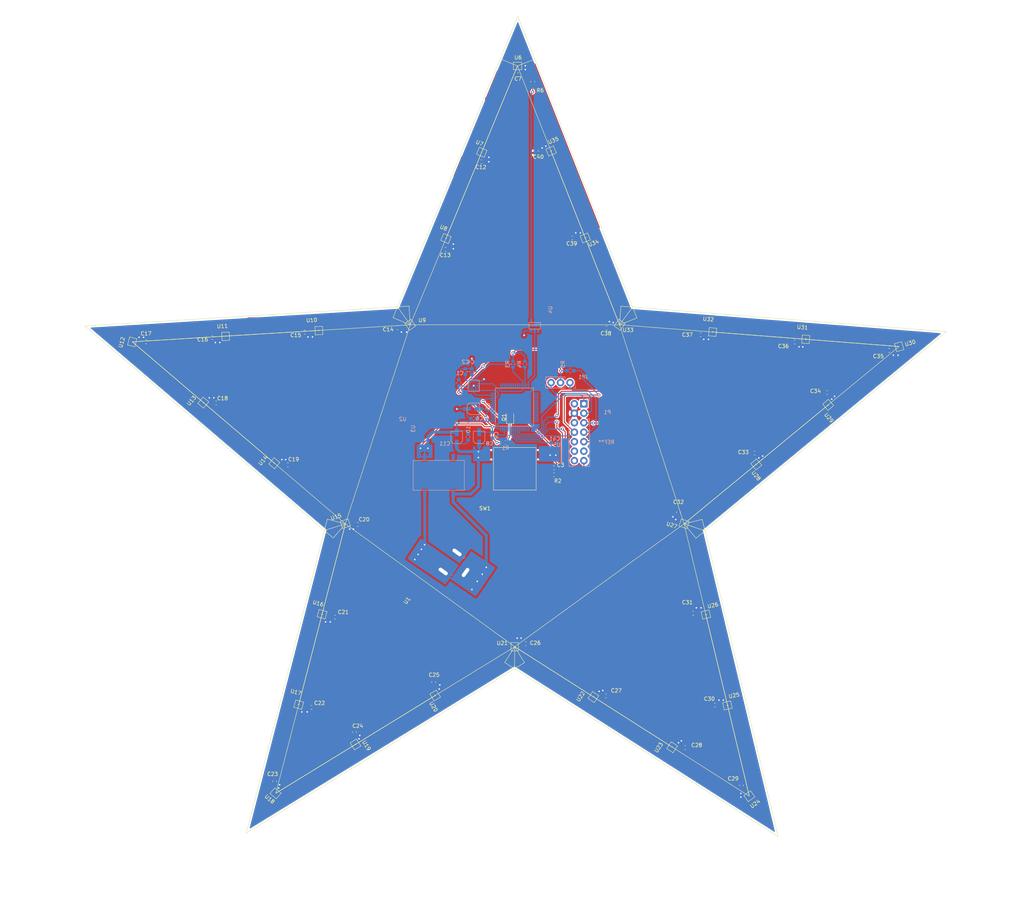
<source format=kicad_pcb>
(kicad_pcb (version 20171130) (host pcbnew "(5.1.5)-3")
  (layers (0 F.Cu signal) (31 B.Cu signal) (34 B.Paste user) (35 F.Paste user) (36 B.SilkS user) (37 F.SilkS user) (38 B.Mask user) (39 F.Mask user) (44 Edge.Cuts user))
  (net 0 "")
  (net 1 GND)
  (net 2 3.3V)
  (net 3 Int_SW)
  (net 4 "Net-(C4-Pad1)")
  (net 5 5V)
  (net 6 "Net-(JP1-Pad3)")
  (net 7 "Net-(JP1-Pad1)")
  (net 8 VALS)
  (net 9 "Net-(R2-Pad2)")
  (net 10 SDA)
  (net 11 SCl)
  (net 12 "Net-(R6-Pad2)")
  (net 13 "Net-(R6-Pad1)")
  (net 14 "Net-(U3-Pad13)")
  (net 15 Int_1)
  (net 16 Int_2)
  (net 17 "Net-(U3-Pad15)")
  (net 18 "Net-(U3-Pad16)")
  (net 19 MOSI)
  (net 20 "Net-(U4-Pad1)")
  (net 21 "Net-(U5-Pad61)")
  (net 22 "Net-(U5-Pad60)")
  (net 23 "Net-(U5-Pad53)")
  (net 24 "Net-(U5-Pad52)")
  (net 25 "Net-(U5-Pad51)")
  (net 26 "Net-(U5-Pad50)")
  (net 27 "Net-(U5-Pad49)")
  (net 28 "Net-(U5-Pad48)")
  (net 29 "Net-(U5-Pad47)")
  (net 30 "Net-(U5-Pad46)")
  (net 31 "Net-(U5-Pad45)")
  (net 32 "Net-(U5-Pad44)")
  (net 33 "Net-(U5-Pad43)")
  (net 34 "Net-(U5-Pad42)")
  (net 35 "Net-(U5-Pad41)")
  (net 36 "Net-(U5-Pad40)")
  (net 37 "Net-(U5-Pad39)")
  (net 38 "Net-(U5-Pad38)")
  (net 39 "Net-(U5-Pad37)")
  (net 40 "Net-(U5-Pad36)")
  (net 41 "Net-(U5-Pad35)")
  (net 42 "Net-(U5-Pad34)")
  (net 43 "Net-(U5-Pad33)")
  (net 44 "Net-(U5-Pad31)")
  (net 45 "Net-(U5-Pad28)")
  (net 46 "Net-(U5-Pad27)")
  (net 47 "Net-(U5-Pad26)")
  (net 48 "Net-(U5-Pad25)")
  (net 49 "Net-(U5-Pad24)")
  (net 50 "Net-(U5-Pad23)")
  (net 51 "Net-(U5-Pad22)")
  (net 52 "Net-(U5-Pad21)")
  (net 53 "Net-(U5-Pad20)")
  (net 54 "Net-(U5-Pad19)")
  (net 55 "Net-(U5-Pad18)")
  (net 56 "Net-(U5-Pad17)")
  (net 57 "Net-(U5-Pad16)")
  (net 58 "Net-(U5-Pad12)")
  (net 59 "Net-(U5-Pad11)")
  (net 60 "Net-(U5-Pad10)")
  (net 61 "Net-(U5-Pad9)")
  (net 62 "Net-(U5-Pad8)")
  (net 63 "Net-(U6-Pad1)")
  (net 64 "Net-(U7-Pad1)")
  (net 65 "Net-(U29-Pad1)")
  (net 66 "Net-(U10-Pad3)")
  (net 67 "Net-(U10-Pad1)")
  (net 68 "Net-(U11-Pad1)")
  (net 69 "Net-(U12-Pad1)")
  (net 70 "Net-(U13-Pad1)")
  (net 71 "Net-(U14-Pad1)")
  (net 72 "Net-(U15-Pad1)")
  (net 73 "Net-(U16-Pad1)")
  (net 74 "Net-(U17-Pad1)")
  (net 75 "Net-(U18-Pad1)")
  (net 76 "Net-(U19-Pad1)")
  (net 77 "Net-(U20-Pad1)")
  (net 78 "Net-(U21-Pad1)")
  (net 79 "Net-(U22-Pad1)")
  (net 80 "Net-(U23-Pad1)")
  (net 81 "Net-(U24-Pad1)")
  (net 82 "Net-(U25-Pad1)")
  (net 83 "Net-(U26-Pad1)")
  (net 84 "Net-(U27-Pad1)")
  (net 85 "Net-(U28-Pad1)")
  (net 86 "Net-(U35-Pad1)")
  (net 87 "Net-(U2-Pad8)")
  (net 88 "Net-(U8-Pad1)")
  (net 89 "Net-(U30-Pad1)")
  (net 90 "Net-(U31-Pad1)")
  (net 91 "Net-(U32-Pad1)")
  (net 92 "Net-(U33-Pad1)")
  (net 93 "Net-(U34-Pad1)")
  (net 94 "Net-(U3-Pad8)")
  (net 95 "Net-(U3-Pad3)")
  (net 96 "Net-(C41-Pad2)")
  (net 97 "Net-(U5-Pad6)")
  (net 98 "Net-(U5-Pad5)")
  (net 99 "Net-(U5-Pad4)")
  (net 100 "Net-(U5-Pad3)")
  (net 101 "Net-(U5-Pad2)")
  (net 102 "Net-(P1-Pad1)")
  (net 103 "Net-(P1-Pad3)")
  (net 104 "Net-(P1-Pad5)")
  (net 105 "Net-(P1-Pad6)")
  (net 106 "Net-(P1-Pad7)")
  (net 107 "Net-(P1-Pad8)")
  (net 108 "Net-(P1-Pad10)")
  (net 109 "Net-(P1-Pad12)")
  (net 110 "Net-(P1-Pad13)")
  (net 111 "Net-(P1-Pad14)")
  (module 5-pointed-Star_Footprint:MMA8453Q (layer B.Cu) (at 200.44 126.65 270)
    (fp_text reference U3 (at 13 17.7 90) (layer B.SilkS) (effects (justify mirror)))
    (fp_text value MMA8453Q,3-axis)
    (pad 9 smd rect (at 2.775 0.5 90) (size 0.813 0.3) (layers B.Cu B.Paste B.Mask) (net 16 Int_2))
    (pad 10 smd rect (at 2.775 1 90) (size 0.813 0.3) (layers B.Cu B.Paste B.Mask) (net 1 GND))
    (pad 11 smd rect (at 2.775 1.5 90) (size 0.813 0.3) (layers B.Cu B.Paste B.Mask) (net 15 Int_1))
    (pad 12 smd rect (at 2.775 2 90) (size 0.813 0.3) (layers B.Cu B.Paste B.Mask) (net 1 GND))
    (pad 13 smd rect (at 2.775 2.5 90) (size 0.813 0.3) (layers B.Cu B.Paste B.Mask) (net 14 "Net-(U3-Pad13)"))
    (pad 8 smd rect (at 2 0.225 180) (size 0.813 0.3) (layers B.Cu B.Paste B.Mask) (net 94 "Net-(U3-Pad8)"))
    (pad 7 smd rect (at 1.5 0.225 180) (size 0.813 0.3) (layers B.Cu B.Paste B.Mask) (net 1 GND))
    (pad 6 smd rect (at 1 0.225 180) (size 0.813 0.3) (layers B.Cu B.Paste B.Mask) (net 10 SDA))
    (pad 14 smd rect (at 2 2.77 180) (size 0.813 0.3) (layers B.Cu B.Paste B.Mask) (net 2 3.3V))
    (pad 15 smd rect (at 1.5 2.77 180) (size 0.813 0.3) (layers B.Cu B.Paste B.Mask) (net 17 "Net-(U3-Pad15)"))
    (pad 16 smd rect (at 1 2.77 180) (size 0.813 0.3) (layers B.Cu B.Paste B.Mask) (net 18 "Net-(U3-Pad16)"))
    (pad 1 smd rect (at 0.22 2.5 270) (size 0.813 0.3) (layers B.Cu B.Paste B.Mask) (net 2 3.3V))
    (pad 2 smd rect (at 0.22 2 270) (size 0.813 0.3) (layers B.Cu B.Paste B.Mask) (net 4 "Net-(C4-Pad1)"))
    (pad 3 smd rect (at 0.22 1.5 270) (size 0.813 0.3) (layers B.Cu B.Paste B.Mask) (net 95 "Net-(U3-Pad3)"))
    (pad 4 smd rect (at 0.22 1 270) (size 0.813 0.3) (layers B.Cu B.Paste B.Mask) (net 11 SCl))
    (pad 5 smd rect (at 0.22 0.5) (size 0.3 0.813) (layers B.Cu B.Paste B.Mask) (net 1 GND))
  )
  (module 5-pointed-Star_Footprint:JTAG_14 (layer B.Cu) (at 229.69 149.5 180)
    (fp_text reference P1 (at -5.03 14.24) (layer B.SilkS) (effects (justify mirror)))
    (fp_text value JTAG-14)
    (fp_text user REF** (at -4.76 6.23 180) (layer B.SilkS) (effects (justify mirror)))
    (pad 8 thru_hole circle (at 3.81 16.51 180) (size 2 2) (drill 1.1) (layers *.Cu *.Mask) (net 107 "Net-(P1-Pad8)"))
    (pad 10 thru_hole circle (at 3.81 11.43 180) (size 2 2) (drill 1.1) (layers *.Cu *.Mask) (net 108 "Net-(P1-Pad10)"))
    (pad 9 thru_hole circle (at 3.81 13.97 180) (size 2 2) (drill 1.1) (layers *.Cu *.Mask) (net 1 GND))
    (pad 11 thru_hole circle (at 3.81 8.89 180) (size 2 2) (drill 1.1) (layers *.Cu *.Mask) (net 96 "Net-(C41-Pad2)"))
    (pad 12 thru_hole circle (at 3.81 6.35 180) (size 2 2) (drill 1.1) (layers *.Cu *.Mask) (net 109 "Net-(P1-Pad12)"))
    (pad 13 thru_hole circle (at 3.81 3.81 180) (size 2 2) (drill 1.1) (layers *.Cu *.Mask) (net 110 "Net-(P1-Pad13)"))
    (pad 14 thru_hole circle (at 3.81 1.27 180) (size 2 2) (drill 1.1) (layers *.Cu *.Mask) (net 111 "Net-(P1-Pad14)"))
    (pad 7 thru_hole circle (at 1.27 1.27 180) (size 2 2) (drill 1.1) (layers *.Cu *.Mask) (net 106 "Net-(P1-Pad7)"))
    (pad 6 thru_hole circle (at 1.27 3.81 180) (size 2 2) (drill 1.1) (layers *.Cu *.Mask) (net 105 "Net-(P1-Pad6)"))
    (pad 5 thru_hole circle (at 1.27 6.35 180) (size 2 2) (drill 1.1) (layers *.Cu *.Mask) (net 104 "Net-(P1-Pad5)"))
    (pad 4 thru_hole circle (at 1.27 8.89 180) (size 2 2) (drill 1.1) (layers *.Cu *.Mask) (net 7 "Net-(JP1-Pad1)"))
    (pad 3 thru_hole circle (at 1.27 11.43 180) (size 2 2) (drill 1.1) (layers *.Cu *.Mask) (net 103 "Net-(P1-Pad3)"))
    (pad 2 thru_hole circle (at 1.27 13.97 180) (size 2 2) (drill 1.1) (layers *.Cu *.Mask) (net 6 "Net-(JP1-Pad3)"))
    (pad 1 thru_hole rect (at 1.27 16.51 180) (size 2 2) (drill 1.1) (layers *.Cu *.Mask) (net 102 "Net-(P1-Pad1)"))
  )
  (module 5-pointed-Star_Footprint:Jumper_2.54 (layer B.Cu) (at 225.98 128.61 180)
    (fp_text reference JP1 (at -2.3 2.79) (layer B.SilkS) (effects (justify mirror)))
    (fp_text value Jumper_3_Open)
    (pad 3 thru_hole circle (at 6.35 1.27 180) (size 2 2) (drill 1.1) (layers *.Cu *.Mask) (net 6 "Net-(JP1-Pad3)"))
    (pad 2 thru_hole circle (at 3.81 1.27 180) (size 2 2) (drill 1.1) (layers *.Cu *.Mask) (net 2 3.3V))
    (pad 1 thru_hole circle (at 1.27 1.27 180) (size 2 2) (drill 1.1) (layers *.Cu *.Mask) (net 7 "Net-(JP1-Pad1)"))
  )
  (module 5-pointed-Star_Footprint:Hohlstecker_Buchse (layer F.Cu) (at 188.39 185.43 54)
    (fp_text reference U1 (at -4.5 -5.75 234) (layer F.SilkS))
    (fp_text value Hohlstecker_Buchse)
    (pad 3 thru_hole oval (at 10.8 2.5 324) (size 3 4.2) (drill oval 1 2.8) (layers *.Cu *.Mask) (net 1 GND))
    (pad 2 thru_hole oval (at 7.5 -2.5 234) (size 3 4.2) (drill oval 1 2.8) (layers *.Cu *.Mask) (net 1 GND))
    (pad 1 thru_hole oval (at 13.8 -2.5 234) (size 3 4.2) (drill oval 1 2.8) (layers *.Cu *.Mask) (net 5 5V))
  )
  (module Capacitor_SMD:C_0603_1608Metric (layer B.Cu) (at 220.5775 143.39 180)
    (fp_text reference C41 (at 0 1.05) (layer B.SilkS) (effects (justify mirror)))
    (fp_text value 10nF)
    (pad 2 smd roundrect (at 0.7875 0 180) (size 0.875 0.95) (layers B.Cu B.Paste B.Mask) (net 96 "Net-(C41-Pad2)"))
    (pad 1 smd roundrect (at -0.7875 0 180) (size 0.875 0.95) (layers B.Cu B.Paste B.Mask) (net 1 GND))
  )
  (module Capacitor_SMD:C_0603_1608Metric (layer F.Cu) (at 216.24 65.83 180)
    (fp_text reference C40 (at 0 -1.05) (layer F.SilkS))
    (fp_text value 100n)
    (pad 2 smd roundrect (at 0.7875 0 180) (size 0.875 0.95) (layers F.Cu F.Paste F.Mask) (net 1 GND))
    (pad 1 smd roundrect (at -0.7875 0 180) (size 0.875 0.95) (layers F.Cu F.Paste F.Mask) (net 5 5V))
  )
  (module Capacitor_SMD:C_0603_1608Metric (layer F.Cu) (at 225.3 88.61 180)
    (fp_text reference C39 (at 0.13 -1.5) (layer F.SilkS))
    (fp_text value 100n)
    (pad 2 smd roundrect (at 0.7875 0 180) (size 0.875 0.95) (layers F.Cu F.Paste F.Mask) (net 1 GND))
    (pad 1 smd roundrect (at -0.7875 0 180) (size 0.875 0.95) (layers F.Cu F.Paste F.Mask) (net 5 5V))
  )
  (module Capacitor_SMD:C_0603_1608Metric (layer F.Cu) (at 234.51 112.73 180)
    (fp_text reference C38 (at 0.18 -1.43) (layer F.SilkS))
    (fp_text value 100n)
    (pad 2 smd roundrect (at 0.7875 0 180) (size 0.875 0.95) (layers F.Cu F.Paste F.Mask) (net 1 GND))
    (pad 1 smd roundrect (at -0.7875 0 180) (size 0.875 0.95) (layers F.Cu F.Paste F.Mask) (net 5 5V))
  )
  (module Capacitor_SMD:C_0603_1608Metric (layer F.Cu) (at 259.67 114.52 180)
    (fp_text reference C37 (at 3.55 -0.01) (layer F.SilkS))
    (fp_text value 100n)
    (pad 2 smd roundrect (at 0.7875 0 180) (size 0.875 0.95) (layers F.Cu F.Paste F.Mask) (net 1 GND))
    (pad 1 smd roundrect (at -0.7875 0 180) (size 0.875 0.95) (layers F.Cu F.Paste F.Mask) (net 5 5V))
  )
  (module Capacitor_SMD:C_0603_1608Metric (layer F.Cu) (at 284.84 116.48 180)
    (fp_text reference C36 (at 3.02 -1.1) (layer F.SilkS))
    (fp_text value 100n)
    (pad 2 smd roundrect (at 0.7875 0 180) (size 0.875 0.95) (layers F.Cu F.Paste F.Mask) (net 1 GND))
    (pad 1 smd roundrect (at -0.7875 0 180) (size 0.875 0.95) (layers F.Cu F.Paste F.Mask) (net 5 5V))
  )
  (module Capacitor_SMD:C_0603_1608Metric (layer F.Cu) (at 310.1 118.73 180)
    (fp_text reference C35 (at 2.87 -1.54) (layer F.SilkS))
    (fp_text value 100n)
    (pad 2 smd roundrect (at 0.7875 0 180) (size 0.875 0.95) (layers F.Cu F.Paste F.Mask) (net 1 GND))
    (pad 1 smd roundrect (at -0.7875 0 180) (size 0.875 0.95) (layers F.Cu F.Paste F.Mask) (net 5 5V))
  )
  (module Capacitor_SMD:C_0603_1608Metric (layer F.Cu) (at 293.52 129.99 180)
    (fp_text reference C34 (at 3.12 0.4) (layer F.SilkS))
    (fp_text value 100n)
    (pad 2 smd roundrect (at 0.7875 0 180) (size 0.875 0.95) (layers F.Cu F.Paste F.Mask) (net 1 GND))
    (pad 1 smd roundrect (at -0.7875 0 180) (size 0.875 0.95) (layers F.Cu F.Paste F.Mask) (net 5 5V))
  )
  (module Capacitor_SMD:C_0603_1608Metric (layer F.Cu) (at 274.1 146.2 180)
    (fp_text reference C33 (at 3 0.25) (layer F.SilkS))
    (fp_text value 100n)
    (pad 2 smd roundrect (at 0.7875 0 180) (size 0.875 0.95) (layers F.Cu F.Paste F.Mask) (net 1 GND))
    (pad 1 smd roundrect (at -0.7875 0 180) (size 0.875 0.95) (layers F.Cu F.Paste F.Mask) (net 5 5V))
  )
  (module Capacitor_SMD:C_0603_1608Metric (layer F.Cu) (at 253.73 162.05 90)
    (fp_text reference C32 (at 2.75 0 180) (layer F.SilkS))
    (fp_text value 100n)
    (pad 2 smd roundrect (at 0.7875 0 90) (size 0.875 0.95) (layers F.Cu F.Paste F.Mask) (net 1 GND))
    (pad 1 smd roundrect (at -0.7875 0 90) (size 0.875 0.95) (layers F.Cu F.Paste F.Mask) (net 5 5V))
  )
  (module Capacitor_SMD:C_0603_1608Metric (layer F.Cu) (at 257.67 189.11 180)
    (fp_text reference C31 (at 1.55 2.935) (layer F.SilkS))
    (fp_text value 100n)
    (pad 2 smd roundrect (at 0.7875 0 180) (size 0.875 0.95) (layers F.Cu F.Paste F.Mask) (net 1 GND))
    (pad 1 smd roundrect (at -0.7875 0 180) (size 0.875 0.95) (layers F.Cu F.Paste F.Mask) (net 5 5V))
  )
  (module Capacitor_SMD:C_0603_1608Metric (layer F.Cu) (at 263.49 213.65 180)
    (fp_text reference C30 (at 1.49 1.65) (layer F.SilkS))
    (fp_text value 100n)
    (pad 2 smd roundrect (at 0.7875 0 180) (size 0.875 0.95) (layers F.Cu F.Paste F.Mask) (net 1 GND))
    (pad 1 smd roundrect (at -0.7875 0 180) (size 0.875 0.95) (layers F.Cu F.Paste F.Mask) (net 5 5V))
  )
  (module Capacitor_SMD:C_0603_1608Metric (layer F.Cu) (at 270.59 235.16 90)
    (fp_text reference C29 (at 1.8 -2.22 180) (layer F.SilkS))
    (fp_text value 100n)
    (pad 2 smd roundrect (at 0.7875 0 90) (size 0.875 0.95) (layers F.Cu F.Paste F.Mask) (net 1 GND))
    (pad 1 smd roundrect (at -0.7875 0 90) (size 0.875 0.95) (layers F.Cu F.Paste F.Mask) (net 5 5V))
  )
  (module Capacitor_SMD:C_0603_1608Metric (layer F.Cu) (at 255.55 225.06)
    (fp_text reference C28 (at 3.07 -0.66) (layer F.SilkS))
    (fp_text value 100n)
    (pad 2 smd roundrect (at 0.7875 0) (size 0.875 0.95) (layers F.Cu F.Paste F.Mask) (net 1 GND))
    (pad 1 smd roundrect (at -0.7875 0) (size 0.875 0.95) (layers F.Cu F.Paste F.Mask) (net 5 5V))
  )
  (module Capacitor_SMD:C_0603_1608Metric (layer F.Cu) (at 234.32 211.23)
    (fp_text reference C27 (at 2.78 -1.44) (layer F.SilkS))
    (fp_text value 100n)
    (pad 2 smd roundrect (at 0.7875 0) (size 0.875 0.95) (layers F.Cu F.Paste F.Mask) (net 1 GND))
    (pad 1 smd roundrect (at -0.7875 0) (size 0.875 0.95) (layers F.Cu F.Paste F.Mask) (net 5 5V))
  )
  (module Capacitor_SMD:C_0603_1608Metric (layer F.Cu) (at 212.85 197.23)
    (fp_text reference C26 (at 2.575 -0.2) (layer F.SilkS))
    (fp_text value 100n)
    (pad 2 smd roundrect (at 0.7875 0) (size 0.875 0.95) (layers F.Cu F.Paste F.Mask) (net 1 GND))
    (pad 1 smd roundrect (at -0.7875 0) (size 0.875 0.95) (layers F.Cu F.Paste F.Mask) (net 5 5V))
  )
  (module Capacitor_SMD:C_0603_1608Metric (layer F.Cu) (at 188.22 207.54 90)
    (fp_text reference C25 (at 1.95 0.125 180) (layer F.SilkS))
    (fp_text value 100n)
    (pad 2 smd roundrect (at 0.7875 0 90) (size 0.875 0.95) (layers F.Cu F.Paste F.Mask) (net 1 GND))
    (pad 1 smd roundrect (at -0.7875 0 90) (size 0.875 0.95) (layers F.Cu F.Paste F.Mask) (net 5 5V))
  )
  (module Capacitor_SMD:C_0603_1608Metric (layer F.Cu) (at 167.02 220.89 90)
    (fp_text reference C24 (at 1.65 0.9 180) (layer F.SilkS))
    (fp_text value 100n)
    (pad 2 smd roundrect (at 0.7875 0 90) (size 0.875 0.95) (layers F.Cu F.Paste F.Mask) (net 1 GND))
    (pad 1 smd roundrect (at -0.7875 0 90) (size 0.875 0.95) (layers F.Cu F.Paste F.Mask) (net 5 5V))
  )
  (module Capacitor_SMD:C_0603_1608Metric (layer F.Cu) (at 145.67 234.04 90)
    (fp_text reference C23 (at 1.9 -0.55 180) (layer F.SilkS))
    (fp_text value 100n)
    (pad 2 smd roundrect (at 0.7875 0 90) (size 0.875 0.95) (layers F.Cu F.Paste F.Mask) (net 1 GND))
    (pad 1 smd roundrect (at -0.7875 0 90) (size 0.875 0.95) (layers F.Cu F.Paste F.Mask) (net 5 5V))
  )
  (module Capacitor_SMD:C_0603_1608Metric (layer F.Cu) (at 155.55 214.28)
    (fp_text reference C22 (at 2.15 -1.15) (layer F.SilkS))
    (fp_text value 100n)
    (pad 2 smd roundrect (at 0.7875 0) (size 0.875 0.95) (layers F.Cu F.Paste F.Mask) (net 1 GND))
    (pad 1 smd roundrect (at -0.7875 0) (size 0.875 0.95) (layers F.Cu F.Paste F.Mask) (net 5 5V))
  )
  (module Capacitor_SMD:C_0603_1608Metric (layer F.Cu) (at 161.84 190.12)
    (fp_text reference C21 (at 2.2 -1.35) (layer F.SilkS))
    (fp_text value 100n)
    (pad 2 smd roundrect (at 0.7875 0) (size 0.875 0.95) (layers F.Cu F.Paste F.Mask) (net 1 GND))
    (pad 1 smd roundrect (at -0.7875 0) (size 0.875 0.95) (layers F.Cu F.Paste F.Mask) (net 5 5V))
  )
  (module Capacitor_SMD:C_0603_1608Metric (layer F.Cu) (at 167.92 165.32)
    (fp_text reference C20 (at 1.7 -1.35) (layer F.SilkS))
    (fp_text value 100n)
    (pad 2 smd roundrect (at 0.7875 0) (size 0.875 0.95) (layers F.Cu F.Paste F.Mask) (net 1 GND))
    (pad 1 smd roundrect (at -0.7875 0) (size 0.875 0.95) (layers F.Cu F.Paste F.Mask) (net 5 5V))
  )
  (module Capacitor_SMD:C_0603_1608Metric (layer F.Cu) (at 149.21 149.33)
    (fp_text reference C19 (at 1.55 -1.45) (layer F.SilkS))
    (fp_text value 100n)
    (pad 2 smd roundrect (at 0.7875 0) (size 0.875 0.95) (layers F.Cu F.Paste F.Mask) (net 1 GND))
    (pad 1 smd roundrect (at -0.7875 0) (size 0.875 0.95) (layers F.Cu F.Paste F.Mask) (net 5 5V))
  )
  (module Capacitor_SMD:C_0603_1608Metric (layer F.Cu) (at 130.03 132.74)
    (fp_text reference C18 (at 1.7 -1.2) (layer F.SilkS))
    (fp_text value 100n)
    (pad 2 smd roundrect (at 0.7875 0) (size 0.875 0.95) (layers F.Cu F.Paste F.Mask) (net 1 GND))
    (pad 1 smd roundrect (at -0.7875 0) (size 0.875 0.95) (layers F.Cu F.Paste F.Mask) (net 5 5V))
  )
  (module Capacitor_SMD:C_0603_1608Metric (layer F.Cu) (at 111.27 116.4)
    (fp_text reference C17 (at 0 -2.2) (layer F.SilkS))
    (fp_text value 100n)
    (pad 2 smd roundrect (at 0.7875 0) (size 0.875 0.95) (layers F.Cu F.Paste F.Mask) (net 1 GND))
    (pad 1 smd roundrect (at -0.7875 0) (size 0.875 0.95) (layers F.Cu F.Paste F.Mask) (net 5 5V))
  )
  (module Capacitor_SMD:C_0603_1608Metric (layer F.Cu) (at 129.01 115.3 180)
    (fp_text reference C16 (at 2.6 -0.5) (layer F.SilkS))
    (fp_text value 100n)
    (pad 2 smd roundrect (at 0.7875 0 180) (size 0.875 0.95) (layers F.Cu F.Paste F.Mask) (net 1 GND))
    (pad 1 smd roundrect (at -0.7875 0 180) (size 0.875 0.95) (layers F.Cu F.Paste F.Mask) (net 5 5V))
  )
  (module Capacitor_SMD:C_0603_1608Metric (layer F.Cu) (at 153.72 113.84 180)
    (fp_text reference C15 (at 2.4 -0.8) (layer F.SilkS))
    (fp_text value 100n)
    (pad 2 smd roundrect (at 0.7875 0 180) (size 0.875 0.95) (layers F.Cu F.Paste F.Mask) (net 1 GND))
    (pad 1 smd roundrect (at -0.7875 0 180) (size 0.875 0.95) (layers F.Cu F.Paste F.Mask) (net 5 5V))
  )
  (module Capacitor_SMD:C_0603_1608Metric (layer F.Cu) (at 178.55 112.6 180)
    (fp_text reference C14 (at 2.5 -0.5) (layer F.SilkS))
    (fp_text value 100n)
    (pad 2 smd roundrect (at 0.7875 0 180) (size 0.875 0.95) (layers F.Cu F.Paste F.Mask) (net 1 GND))
    (pad 1 smd roundrect (at -0.7875 0 180) (size 0.875 0.95) (layers F.Cu F.Paste F.Mask) (net 5 5V))
  )
  (module Capacitor_SMD:C_0603_1608Metric (layer F.Cu) (at 191.45 91.7 180)
    (fp_text reference C13 (at 0.12 -1.5) (layer F.SilkS))
    (fp_text value 100n)
    (pad 2 smd roundrect (at 0.7875 0 180) (size 0.875 0.95) (layers F.Cu F.Paste F.Mask) (net 1 GND))
    (pad 1 smd roundrect (at -0.7875 0 180) (size 0.875 0.95) (layers F.Cu F.Paste F.Mask) (net 5 5V))
  )
  (module Capacitor_SMD:C_0603_1608Metric (layer F.Cu) (at 201 68.2 180)
    (fp_text reference C12 (at 0.14 -1.45) (layer F.SilkS))
    (fp_text value 100n)
    (pad 2 smd roundrect (at 0.7875 0 180) (size 0.875 0.95) (layers F.Cu F.Paste F.Mask) (net 1 GND))
    (pad 1 smd roundrect (at -0.7875 0 180) (size 0.875 0.95) (layers F.Cu F.Paste F.Mask) (net 5 5V))
  )
  (module Capacitor_SMD:C_0603_1608Metric (layer B.Cu) (at 197.44 141.9 270)
    (fp_text reference C10 (at -2.5 -0.05 90) (layer B.SilkS) (effects (justify mirror)))
    (fp_text value 100n)
    (pad 2 smd roundrect (at 0.7875 0 270) (size 0.875 0.95) (layers B.Cu B.Paste B.Mask) (net 1 GND))
    (pad 1 smd roundrect (at -0.7875 0 270) (size 0.875 0.95) (layers B.Cu B.Paste B.Mask) (net 2 3.3V))
  )
  (module Capacitor_SMD:C_0603_1608Metric (layer B.Cu) (at 203.94 141.4 90)
    (fp_text reference C9 (at 0 1.05 270) (layer B.SilkS) (effects (justify mirror)))
    (fp_text value 100n)
    (pad 2 smd roundrect (at 0.7875 0 90) (size 0.875 0.95) (layers B.Cu B.Paste B.Mask) (net 2 3.3V))
    (pad 1 smd roundrect (at -0.7875 0 90) (size 0.875 0.95) (layers B.Cu B.Paste B.Mask) (net 1 GND))
  )
  (module Capacitor_SMD:C_0603_1608Metric (layer F.Cu) (at 210.78 44.92 180)
    (fp_text reference C7 (at 0 -1.05) (layer F.SilkS))
    (fp_text value 100n)
    (pad 2 smd roundrect (at 0.7875 0 180) (size 0.875 0.95) (layers F.Cu F.Paste F.Mask) (net 1 GND))
    (pad 1 smd roundrect (at -0.7875 0 180) (size 0.875 0.95) (layers F.Cu F.Paste F.Mask) (net 5 5V))
  )
  (module Capacitor_SMD:C_0603_1608Metric (layer B.Cu) (at 198.94 136.9 180)
    (fp_text reference C6 (at -1.5 0) (layer B.SilkS) (effects (justify mirror)))
    (fp_text value 100n)
    (pad 2 smd roundrect (at 0.7875 0 180) (size 0.875 0.95) (layers B.Cu B.Paste B.Mask) (net 1 GND))
    (pad 1 smd roundrect (at -0.7875 0 180) (size 0.875 0.95) (layers B.Cu B.Paste B.Mask) (net 2 3.3V))
  )
  (module Capacitor_SMD:C_0603_1608Metric (layer B.Cu) (at 198.44 124.4 90)
    (fp_text reference C4 (at 2.6 -0.25) (layer B.SilkS) (effects (justify mirror)))
    (fp_text value 0.1uF)
    (pad 2 smd roundrect (at 0.7875 0 90) (size 0.875 0.95) (layers B.Cu B.Paste B.Mask) (net 1 GND))
    (pad 1 smd roundrect (at -0.7875 0 90) (size 0.875 0.95) (layers B.Cu B.Paste B.Mask) (net 4 "Net-(C4-Pad1)"))
  )
  (module Capacitor_SMD:C_0603_1608Metric (layer F.Cu) (at 220.44 150.15 180)
    (fp_text reference C3 (at -1.75 0.75) (layer F.SilkS))
    (fp_text value 100n)
    (pad 2 smd roundrect (at 0.7875 0 180) (size 0.875 0.95) (layers F.Cu F.Paste F.Mask) (net 1 GND))
    (pad 1 smd roundrect (at -0.7875 0 180) (size 0.875 0.95) (layers F.Cu F.Paste F.Mask) (net 3 Int_SW))
  )
  (module Capacitor_SMD:C_0603_1608Metric (layer B.Cu) (at 196.69 124.4 90)
    (fp_text reference C2 (at 2.6 0) (layer B.SilkS) (effects (justify mirror)))
    (fp_text value 0.1uF)
    (pad 2 smd roundrect (at 0.7875 0 90) (size 0.875 0.95) (layers B.Cu B.Paste B.Mask) (net 1 GND))
    (pad 1 smd roundrect (at -0.7875 0 90) (size 0.875 0.95) (layers B.Cu B.Paste B.Mask) (net 2 3.3V))
  )
  (module Capacitor_SMD:C_0603_1608Metric (layer B.Cu) (at 194.94 127.4 90)
    (fp_text reference C1 (at 2.6 0.25 180) (layer B.SilkS) (effects (justify mirror)))
    (fp_text value 4.7uF)
    (pad 2 smd roundrect (at 0.7875 0 90) (size 0.875 0.95) (layers B.Cu B.Paste B.Mask) (net 1 GND))
    (pad 1 smd roundrect (at -0.7875 0 90) (size 0.875 0.95) (layers B.Cu B.Paste B.Mask) (net 2 3.3V))
  )
  (module 5-pointed-Star_Footprint:MSP430F2416TPM (layer B.Cu) (at 204.74 128.8)
    (fp_text reference U5 (at 16.45 15.19) (layer B.SilkS) (effects (justify mirror)))
    (fp_text value MSP430F2416TPM)
    (pad 1 smd rect (at -0.55 8.9 180) (size 1.5 0.3) (layers B.Cu B.Paste B.Mask) (net 2 3.3V))
    (pad 2 smd rect (at -0.55 8.4 180) (size 1.5 0.3) (layers B.Cu B.Paste B.Mask) (net 101 "Net-(U5-Pad2)"))
    (pad 3 smd rect (at -0.55 7.9 180) (size 1.5 0.3) (layers B.Cu B.Paste B.Mask) (net 100 "Net-(U5-Pad3)"))
    (pad 4 smd rect (at -0.55 7.4 180) (size 1.5 0.3) (layers B.Cu B.Paste B.Mask) (net 99 "Net-(U5-Pad4)"))
    (pad 5 smd rect (at -0.55 6.9 180) (size 1.5 0.3) (layers B.Cu B.Paste B.Mask) (net 98 "Net-(U5-Pad5)"))
    (pad 6 smd rect (at -0.55 6.4 180) (size 1.5 0.3) (layers B.Cu B.Paste B.Mask) (net 97 "Net-(U5-Pad6)"))
    (pad 7 smd rect (at -0.55 5.9 180) (size 1.5 0.3) (layers B.Cu B.Paste B.Mask) (net 2 3.3V))
    (pad 8 smd rect (at -0.55 5.4 180) (size 1.5 0.3) (layers B.Cu B.Paste B.Mask) (net 62 "Net-(U5-Pad8)"))
    (pad 9 smd rect (at -0.55 4.9 180) (size 1.5 0.3) (layers B.Cu B.Paste B.Mask) (net 61 "Net-(U5-Pad9)"))
    (pad 10 smd rect (at -0.55 4.4 180) (size 1.5 0.3) (layers B.Cu B.Paste B.Mask) (net 60 "Net-(U5-Pad10)"))
    (pad 11 smd rect (at -0.55 3.9 180) (size 1.5 0.3) (layers B.Cu B.Paste B.Mask) (net 59 "Net-(U5-Pad11)"))
    (pad 12 smd rect (at -0.55 3.4 180) (size 1.5 0.3) (layers B.Cu B.Paste B.Mask) (net 58 "Net-(U5-Pad12)"))
    (pad 13 smd rect (at -0.55 2.9 180) (size 1.5 0.3) (layers B.Cu B.Paste B.Mask) (net 3 Int_SW))
    (pad 14 smd rect (at -0.55 2.4 180) (size 1.5 0.3) (layers B.Cu B.Paste B.Mask) (net 16 Int_2))
    (pad 15 smd rect (at -0.55 1.9 180) (size 1.5 0.3) (layers B.Cu B.Paste B.Mask) (net 15 Int_1))
    (pad 16 smd rect (at -0.55 1.4 180) (size 1.5 0.3) (layers B.Cu B.Paste B.Mask) (net 57 "Net-(U5-Pad16)"))
    (pad 17 smd rect (at 1.4 -0.55 90) (size 1.5 0.3) (layers B.Cu B.Paste B.Mask) (net 56 "Net-(U5-Pad17)"))
    (pad 18 smd rect (at 1.9 -0.55 90) (size 1.5 0.3) (layers B.Cu B.Paste B.Mask) (net 55 "Net-(U5-Pad18)"))
    (pad 19 smd rect (at 2.4 -0.55 90) (size 1.5 0.3) (layers B.Cu B.Paste B.Mask) (net 54 "Net-(U5-Pad19)"))
    (pad 20 smd rect (at 2.9 -0.55 90) (size 1.5 0.3) (layers B.Cu B.Paste B.Mask) (net 53 "Net-(U5-Pad20)"))
    (pad 21 smd rect (at 3.4 -0.55 90) (size 1.5 0.3) (layers B.Cu B.Paste B.Mask) (net 52 "Net-(U5-Pad21)"))
    (pad 22 smd rect (at 3.9 -0.55 90) (size 1.5 0.3) (layers B.Cu B.Paste B.Mask) (net 51 "Net-(U5-Pad22)"))
    (pad 23 smd rect (at 4.4 -0.55 90) (size 1.5 0.3) (layers B.Cu B.Paste B.Mask) (net 50 "Net-(U5-Pad23)"))
    (pad 24 smd rect (at 4.9 -0.55 90) (size 1.5 0.3) (layers B.Cu B.Paste B.Mask) (net 49 "Net-(U5-Pad24)"))
    (pad 25 smd rect (at 5.4 -0.55 90) (size 1.5 0.3) (layers B.Cu B.Paste B.Mask) (net 48 "Net-(U5-Pad25)"))
    (pad 26 smd rect (at 5.9 -0.55 90) (size 1.5 0.3) (layers B.Cu B.Paste B.Mask) (net 47 "Net-(U5-Pad26)"))
    (pad 27 smd rect (at 6.4 -0.55 90) (size 1.5 0.3) (layers B.Cu B.Paste B.Mask) (net 46 "Net-(U5-Pad27)"))
    (pad 28 smd rect (at 6.9 -0.55 90) (size 1.5 0.3) (layers B.Cu B.Paste B.Mask) (net 45 "Net-(U5-Pad28)"))
    (pad 29 smd rect (at 7.4 -0.55 90) (size 1.5 0.3) (layers B.Cu B.Paste B.Mask) (net 10 SDA))
    (pad 30 smd rect (at 7.9 -0.55 90) (size 1.5 0.3) (layers B.Cu B.Paste B.Mask) (net 11 SCl))
    (pad 31 smd rect (at 8.4 -0.55 90) (size 1.5 0.3) (layers B.Cu B.Paste B.Mask) (net 44 "Net-(U5-Pad31)"))
    (pad 32 smd rect (at 8.9 -0.55 90) (size 1.5 0.3) (layers B.Cu B.Paste B.Mask) (net 19 MOSI))
    (pad 33 smd rect (at 10.85 1.4) (size 1.5 0.3) (layers B.Cu B.Paste B.Mask) (net 43 "Net-(U5-Pad33)"))
    (pad 34 smd rect (at 10.85 1.9) (size 1.5 0.3) (layers B.Cu B.Paste B.Mask) (net 42 "Net-(U5-Pad34)"))
    (pad 35 smd rect (at 10.85 2.4) (size 1.5 0.3) (layers B.Cu B.Paste B.Mask) (net 41 "Net-(U5-Pad35)"))
    (pad 36 smd rect (at 10.85 2.9) (size 1.5 0.3) (layers B.Cu B.Paste B.Mask) (net 40 "Net-(U5-Pad36)"))
    (pad 37 smd rect (at 10.85 3.4) (size 1.5 0.3) (layers B.Cu B.Paste B.Mask) (net 39 "Net-(U5-Pad37)"))
    (pad 38 smd rect (at 10.85 3.9) (size 1.5 0.3) (layers B.Cu B.Paste B.Mask) (net 38 "Net-(U5-Pad38)"))
    (pad 39 smd rect (at 10.85 4.4) (size 1.5 0.3) (layers B.Cu B.Paste B.Mask) (net 37 "Net-(U5-Pad39)"))
    (pad 40 smd rect (at 10.85 4.9) (size 1.5 0.3) (layers B.Cu B.Paste B.Mask) (net 36 "Net-(U5-Pad40)"))
    (pad 41 smd rect (at 10.85 5.4) (size 1.5 0.3) (layers B.Cu B.Paste B.Mask) (net 35 "Net-(U5-Pad41)"))
    (pad 42 smd rect (at 10.85 5.9) (size 1.5 0.3) (layers B.Cu B.Paste B.Mask) (net 34 "Net-(U5-Pad42)"))
    (pad 43 smd rect (at 10.85 6.4) (size 1.5 0.3) (layers B.Cu B.Paste B.Mask) (net 33 "Net-(U5-Pad43)"))
    (pad 44 smd rect (at 10.85 6.9) (size 1.5 0.3) (layers B.Cu B.Paste B.Mask) (net 32 "Net-(U5-Pad44)"))
    (pad 45 smd rect (at 10.85 7.4) (size 1.5 0.3) (layers B.Cu B.Paste B.Mask) (net 31 "Net-(U5-Pad45)"))
    (pad 46 smd rect (at 10.85 7.9) (size 1.5 0.3) (layers B.Cu B.Paste B.Mask) (net 30 "Net-(U5-Pad46)"))
    (pad 47 smd rect (at 10.85 8.4) (size 1.5 0.3) (layers B.Cu B.Paste B.Mask) (net 29 "Net-(U5-Pad47)"))
    (pad 48 smd rect (at 10.85 8.9) (size 1.5 0.3) (layers B.Cu B.Paste B.Mask) (net 28 "Net-(U5-Pad48)"))
    (pad 49 smd rect (at 8.9 10.85 270) (size 1.5 0.3) (layers B.Cu B.Paste B.Mask) (net 27 "Net-(U5-Pad49)"))
    (pad 50 smd rect (at 8.4 10.85 270) (size 1.5 0.3) (layers B.Cu B.Paste B.Mask) (net 26 "Net-(U5-Pad50)"))
    (pad 51 smd rect (at 7.9 10.85 270) (size 1.5 0.3) (layers B.Cu B.Paste B.Mask) (net 25 "Net-(U5-Pad51)"))
    (pad 52 smd rect (at 7.4 10.85 270) (size 1.5 0.3) (layers B.Cu B.Paste B.Mask) (net 24 "Net-(U5-Pad52)"))
    (pad 53 smd rect (at 6.9 10.85 270) (size 1.5 0.3) (layers B.Cu B.Paste B.Mask) (net 23 "Net-(U5-Pad53)"))
    (pad 54 smd rect (at 6.4 10.85 270) (size 1.5 0.3) (layers B.Cu B.Paste B.Mask) (net 102 "Net-(P1-Pad1)"))
    (pad 55 smd rect (at 5.9 10.85 270) (size 1.5 0.3) (layers B.Cu B.Paste B.Mask) (net 103 "Net-(P1-Pad3)"))
    (pad 56 smd rect (at 5.4 10.85 270) (size 1.5 0.3) (layers B.Cu B.Paste B.Mask) (net 104 "Net-(P1-Pad5)"))
    (pad 57 smd rect (at 4.9 10.85 270) (size 1.5 0.3) (layers B.Cu B.Paste B.Mask) (net 106 "Net-(P1-Pad7)"))
    (pad 58 smd rect (at 4.4 10.85 270) (size 1.5 0.3) (layers B.Cu B.Paste B.Mask) (net 96 "Net-(C41-Pad2)"))
    (pad 59 smd rect (at 3.9 10.85 270) (size 1.5 0.3) (layers B.Cu B.Paste B.Mask) (net 8 VALS))
    (pad 60 smd rect (at 3.4 10.85 270) (size 1.5 0.3) (layers B.Cu B.Paste B.Mask) (net 22 "Net-(U5-Pad60)"))
    (pad 61 smd rect (at 2.9 10.85 270) (size 1.5 0.3) (layers B.Cu B.Paste B.Mask) (net 21 "Net-(U5-Pad61)"))
    (pad 62 smd rect (at 2.4 10.85 270) (size 1.5 0.3) (layers B.Cu B.Paste B.Mask) (net 1 GND))
    (pad 63 smd rect (at 1.9 10.85 270) (size 1.5 0.3) (layers B.Cu B.Paste B.Mask) (net 1 GND))
    (pad 64 smd rect (at 1.4 10.85 270) (size 1.5 0.3) (layers B.Cu B.Paste B.Mask) (net 2 3.3V))
  )
  (module 5-pointed-Star_Footprint:865090368008 (layer B.Cu) (at 201.94 143.65 180)
    (fp_text reference C8 (at -1.25 0) (layer B.SilkS) (effects (justify mirror)))
    (fp_text value 10u)
    (pad 2 smd rect (at 1.55 -0.05 180) (size 1 2.2) (layers B.Cu B.Paste B.Mask) (net 1 GND))
    (pad 1 smd rect (at 1.55 3.05 180) (size 1 2.2) (layers B.Cu B.Paste B.Mask) (net 2 3.3V))
  )
  (module 5-pointed-Star_Footprint:865090368008 (layer B.Cu) (at 195.94 143.65 180)
    (fp_text reference C11 (at 4.75 0) (layer B.SilkS) (effects (justify mirror)))
    (fp_text value 10u)
    (pad 2 smd rect (at 1.55 -0.05 180) (size 1 2.2) (layers B.Cu B.Paste B.Mask) (net 1 GND))
    (pad 1 smd rect (at 1.55 3.05 180) (size 1 2.2) (layers B.Cu B.Paste B.Mask) (net 2 3.3V))
  )
  (module 5-pointed-Star_Footprint:865090368008 (layer B.Cu) (at 197.19 135.9 90)
    (fp_text reference C5 (at 2.2 5.598 90) (layer B.SilkS) (effects (justify mirror)))
    (fp_text value 10u)
    (pad 2 smd rect (at 1.55 -0.05 90) (size 1 2.2) (layers B.Cu B.Paste B.Mask) (net 1 GND))
    (pad 1 smd rect (at 1.55 3.05 90) (size 1 2.2) (layers B.Cu B.Paste B.Mask) (net 2 3.3V))
  )
  (module 5-pointed-Star_Footprint:WS2812-2020 (layer F.Cu) (at 220.3 63.99 202)
    (fp_text reference U35 (at -0.511805 1.400234 22) (layer F.SilkS))
    (fp_text value WS2812_Diode)
    (pad 4 smd rect (at 2.015 -0.45 202) (size 0.7 0.7) (layers F.Cu F.Paste F.Mask) (net 5 5V))
    (pad 3 smd rect (at 2.015 -1.55 202) (size 0.7 0.7) (layers F.Cu F.Paste F.Mask) (net 93 "Net-(U34-Pad1)"))
    (pad 2 smd rect (at 0.185 -0.45 202) (size 0.7 0.7) (layers F.Cu F.Paste F.Mask) (net 1 GND))
    (pad 1 smd rect (at 0.185 -1.55 202) (size 0.7 0.7) (layers F.Cu F.Paste F.Mask) (net 86 "Net-(U35-Pad1)"))
  )
  (module 5-pointed-Star_Footprint:WS2812-2020 (layer F.Cu) (at 229.46 87.27 201)
    (fp_text reference U34 (at -0.459369 -3.100561 21) (layer F.SilkS))
    (fp_text value WS2812_Diode)
    (pad 4 smd rect (at 2.015 -0.45 201) (size 0.7 0.7) (layers F.Cu F.Paste F.Mask) (net 5 5V))
    (pad 3 smd rect (at 2.015 -1.55 201) (size 0.7 0.7) (layers F.Cu F.Paste F.Mask) (net 92 "Net-(U33-Pad1)"))
    (pad 2 smd rect (at 0.185 -0.45 201) (size 0.7 0.7) (layers F.Cu F.Paste F.Mask) (net 1 GND))
    (pad 1 smd rect (at 0.185 -1.55 201) (size 0.7 0.7) (layers F.Cu F.Paste F.Mask) (net 93 "Net-(U34-Pad1)"))
  )
  (module 5-pointed-Star_Footprint:WS2812-2020 (layer F.Cu) (at 237.81 110.37 234)
    (fp_text reference U33 (at 0.895773 -3.666823 180) (layer F.SilkS))
    (fp_text value WS2812_Diode)
    (pad 4 smd rect (at 2.015 -0.45 234) (size 0.7 0.7) (layers F.Cu F.Paste F.Mask) (net 5 5V))
    (pad 3 smd rect (at 2.015 -1.55 234) (size 0.7 0.7) (layers F.Cu F.Paste F.Mask) (net 91 "Net-(U32-Pad1)"))
    (pad 2 smd rect (at 0.185 -0.45 234) (size 0.7 0.7) (layers F.Cu F.Paste F.Mask) (net 1 GND))
    (pad 1 smd rect (at 0.185 -1.55 234) (size 0.7 0.7) (layers F.Cu F.Paste F.Mask) (net 92 "Net-(U33-Pad1)"))
  )
  (module 5-pointed-Star_Footprint:WS2812-2020 (layer F.Cu) (at 261.97 112.6 265)
    (fp_text reference U32 (at -2.210559 0.434316 175) (layer F.SilkS))
    (fp_text value WS2812_Diode)
    (pad 4 smd rect (at 2.015 -0.45 265) (size 0.7 0.7) (layers F.Cu F.Paste F.Mask) (net 5 5V))
    (pad 3 smd rect (at 2.015 -1.55 265) (size 0.7 0.7) (layers F.Cu F.Paste F.Mask) (net 90 "Net-(U31-Pad1)"))
    (pad 2 smd rect (at 0.185 -0.45 265) (size 0.7 0.7) (layers F.Cu F.Paste F.Mask) (net 1 GND))
    (pad 1 smd rect (at 0.185 -1.55 265) (size 0.7 0.7) (layers F.Cu F.Paste F.Mask) (net 91 "Net-(U32-Pad1)"))
  )
  (module 5-pointed-Star_Footprint:WS2812-2020 (layer F.Cu) (at 286.88 114.57 266)
    (fp_text reference U31 (at -2.027845 0.101703 176) (layer F.SilkS))
    (fp_text value WS2812_Diode)
    (pad 4 smd rect (at 2.015 -0.45 266) (size 0.7 0.7) (layers F.Cu F.Paste F.Mask) (net 5 5V))
    (pad 3 smd rect (at 2.015 -1.55 266) (size 0.7 0.7) (layers F.Cu F.Paste F.Mask) (net 89 "Net-(U30-Pad1)"))
    (pad 2 smd rect (at 0.185 -0.45 266) (size 0.7 0.7) (layers F.Cu F.Paste F.Mask) (net 1 GND))
    (pad 1 smd rect (at 0.185 -1.55 266) (size 0.7 0.7) (layers F.Cu F.Paste F.Mask) (net 90 "Net-(U31-Pad1)"))
  )
  (module 5-pointed-Star_Footprint:WS2812-2020 (layer F.Cu) (at 311.53 116.92 286)
    (fp_text reference U30 (at 0.999775 -4.103383 196) (layer F.SilkS))
    (fp_text value WS2812_Diode)
    (pad 4 smd rect (at 2.015 -0.45 286) (size 0.7 0.7) (layers F.Cu F.Paste F.Mask) (net 5 5V))
    (pad 3 smd rect (at 2.015 -1.55 286) (size 0.7 0.7) (layers F.Cu F.Paste F.Mask) (net 65 "Net-(U29-Pad1)"))
    (pad 2 smd rect (at 0.185 -0.45 286) (size 0.7 0.7) (layers F.Cu F.Paste F.Mask) (net 1 GND))
    (pad 1 smd rect (at 0.185 -1.55 286) (size 0.7 0.7) (layers F.Cu F.Paste F.Mask) (net 89 "Net-(U30-Pad1)"))
  )
  (module 5-pointed-Star_Footprint:WS2812-2020 (layer F.Cu) (at 295.27 133.49 130)
    (fp_text reference U29 (at -1.680965 -3.068364 130) (layer F.SilkS))
    (fp_text value WS2812_Diode)
    (pad 4 smd rect (at 2.015 -0.45 130) (size 0.7 0.7) (layers F.Cu F.Paste F.Mask) (net 5 5V))
    (pad 3 smd rect (at 2.015 -1.55 130) (size 0.7 0.7) (layers F.Cu F.Paste F.Mask) (net 85 "Net-(U28-Pad1)"))
    (pad 2 smd rect (at 0.185 -0.45 130) (size 0.7 0.7) (layers F.Cu F.Paste F.Mask) (net 1 GND))
    (pad 1 smd rect (at 0.185 -1.55 130) (size 0.7 0.7) (layers F.Cu F.Paste F.Mask) (net 65 "Net-(U29-Pad1)"))
  )
  (module 5-pointed-Star_Footprint:WS2812-2020 (layer F.Cu) (at 276.03 149.44 130)
    (fp_text reference U28 (at -1.16912 -2.978281 130) (layer F.SilkS))
    (fp_text value WS2812_Diode)
    (pad 4 smd rect (at 2.015 -0.45 130) (size 0.7 0.7) (layers F.Cu F.Paste F.Mask) (net 5 5V))
    (pad 3 smd rect (at 2.015 -1.55 130) (size 0.7 0.7) (layers F.Cu F.Paste F.Mask) (net 84 "Net-(U27-Pad1)"))
    (pad 2 smd rect (at 0.185 -0.45 130) (size 0.7 0.7) (layers F.Cu F.Paste F.Mask) (net 1 GND))
    (pad 1 smd rect (at 0.185 -1.55 130) (size 0.7 0.7) (layers F.Cu F.Paste F.Mask) (net 85 "Net-(U28-Pad1)"))
  )
  (module 5-pointed-Star_Footprint:WS2812-2020 (layer F.Cu) (at 256.597752 164.530412 162)
    (fp_text reference U27 (at 4.130166 -2.361458 342) (layer F.SilkS))
    (fp_text value WS2812_Diode)
    (pad 4 smd rect (at 2.015 -0.45 162) (size 0.7 0.7) (layers F.Cu F.Paste F.Mask) (net 5 5V))
    (pad 3 smd rect (at 2.015 -1.55 162) (size 0.7 0.7) (layers F.Cu F.Paste F.Mask) (net 83 "Net-(U26-Pad1)"))
    (pad 2 smd rect (at 0.185 -0.45 162) (size 0.7 0.7) (layers F.Cu F.Paste F.Mask) (net 1 GND))
    (pad 1 smd rect (at 0.185 -1.55 162) (size 0.7 0.7) (layers F.Cu F.Paste F.Mask) (net 84 "Net-(U27-Pad1)"))
  )
  (module 5-pointed-Star_Footprint:WS2812-2020 (layer F.Cu) (at 261.92 188.21 193)
    (fp_text reference U26 (at -1.281416 0.971647 13) (layer F.SilkS))
    (fp_text value WS2812_Diode)
    (pad 4 smd rect (at 2.015 -0.45 193) (size 0.7 0.7) (layers F.Cu F.Paste F.Mask) (net 5 5V))
    (pad 3 smd rect (at 2.015 -1.55 193) (size 0.7 0.7) (layers F.Cu F.Paste F.Mask) (net 82 "Net-(U25-Pad1)"))
    (pad 2 smd rect (at 0.185 -0.45 193) (size 0.7 0.7) (layers F.Cu F.Paste F.Mask) (net 1 GND))
    (pad 1 smd rect (at 0.185 -1.55 193) (size 0.7 0.7) (layers F.Cu F.Paste F.Mask) (net 83 "Net-(U26-Pad1)"))
  )
  (module 5-pointed-Star_Footprint:WS2812-2020 (layer F.Cu) (at 267.71 212.56 192)
    (fp_text reference U25 (at -1.193665 1.238896 12) (layer F.SilkS))
    (fp_text value WS2812_Diode)
    (pad 4 smd rect (at 2.015 -0.45 192) (size 0.7 0.7) (layers F.Cu F.Paste F.Mask) (net 5 5V))
    (pad 3 smd rect (at 2.015 -1.55 192) (size 0.7 0.7) (layers F.Cu F.Paste F.Mask) (net 81 "Net-(U24-Pad1)"))
    (pad 2 smd rect (at 0.185 -0.45 192) (size 0.7 0.7) (layers F.Cu F.Paste F.Mask) (net 1 GND))
    (pad 1 smd rect (at 0.185 -1.55 192) (size 0.7 0.7) (layers F.Cu F.Paste F.Mask) (net 82 "Net-(U25-Pad1)"))
  )
  (module 5-pointed-Star_Footprint:WS2812-2020 (layer F.Cu) (at 273.01 236.62 216)
    (fp_text reference U24 (at 1.034221 -3.550111 36) (layer F.SilkS))
    (fp_text value WS2812_Diode)
    (pad 4 smd rect (at 2.015 -0.45 216) (size 0.7 0.7) (layers F.Cu F.Paste F.Mask) (net 5 5V))
    (pad 3 smd rect (at 2.015 -1.55 216) (size 0.7 0.7) (layers F.Cu F.Paste F.Mask) (net 80 "Net-(U23-Pad1)"))
    (pad 2 smd rect (at 0.185 -0.45 216) (size 0.7 0.7) (layers F.Cu F.Paste F.Mask) (net 1 GND))
    (pad 1 smd rect (at 0.185 -1.55 216) (size 0.7 0.7) (layers F.Cu F.Paste F.Mask) (net 81 "Net-(U24-Pad1)"))
  )
  (module 5-pointed-Star_Footprint:WS2812-2020 (layer F.Cu) (at 252.258235 226.43726 56)
    (fp_text reference U23 (at -0.971157 -3.938508 56) (layer F.SilkS))
    (fp_text value WS2812_Diode)
    (pad 4 smd rect (at 2.015 -0.45 56) (size 0.7 0.7) (layers F.Cu F.Paste F.Mask) (net 5 5V))
    (pad 3 smd rect (at 2.015 -1.55 56) (size 0.7 0.7) (layers F.Cu F.Paste F.Mask) (net 79 "Net-(U22-Pad1)"))
    (pad 2 smd rect (at 0.185 -0.45 56) (size 0.7 0.7) (layers F.Cu F.Paste F.Mask) (net 1 GND))
    (pad 1 smd rect (at 0.185 -1.55 56) (size 0.7 0.7) (layers F.Cu F.Paste F.Mask) (net 80 "Net-(U23-Pad1)"))
  )
  (module 5-pointed-Star_Footprint:WS2812-2020 (layer F.Cu) (at 231.19 212.99 56)
    (fp_text reference U22 (at -0.70341 -3.904115 56) (layer F.SilkS))
    (fp_text value WS2812_Diode)
    (pad 4 smd rect (at 2.015 -0.45 56) (size 0.7 0.7) (layers F.Cu F.Paste F.Mask) (net 5 5V))
    (pad 3 smd rect (at 2.015 -1.55 56) (size 0.7 0.7) (layers F.Cu F.Paste F.Mask) (net 78 "Net-(U21-Pad1)"))
    (pad 2 smd rect (at 0.185 -0.45 56) (size 0.7 0.7) (layers F.Cu F.Paste F.Mask) (net 1 GND))
    (pad 1 smd rect (at 0.185 -1.55 56) (size 0.7 0.7) (layers F.Cu F.Paste F.Mask) (net 79 "Net-(U22-Pad1)"))
  )
  (module 5-pointed-Star_Footprint:WS2812-2020 (layer F.Cu) (at 210.92 199.14 90)
    (fp_text reference U21 (at 2.065 -4.345 180) (layer F.SilkS))
    (fp_text value WS2812_Diode)
    (pad 4 smd rect (at 2.015 -0.45 90) (size 0.7 0.7) (layers F.Cu F.Paste F.Mask) (net 5 5V))
    (pad 3 smd rect (at 2.015 -1.55 90) (size 0.7 0.7) (layers F.Cu F.Paste F.Mask) (net 77 "Net-(U20-Pad1)"))
    (pad 2 smd rect (at 0.185 -0.45 90) (size 0.7 0.7) (layers F.Cu F.Paste F.Mask) (net 1 GND))
    (pad 1 smd rect (at 0.185 -1.55 90) (size 0.7 0.7) (layers F.Cu F.Paste F.Mask) (net 78 "Net-(U21-Pad1)"))
  )
  (module 5-pointed-Star_Footprint:WS2812-2020 (layer F.Cu) (at 190.051007 211.546809 121)
    (fp_text reference U20 (at -1.235173 -2.901613 121) (layer F.SilkS))
    (fp_text value WS2812_Diode)
    (pad 4 smd rect (at 2.015 -0.45 121) (size 0.7 0.7) (layers F.Cu F.Paste F.Mask) (net 5 5V))
    (pad 3 smd rect (at 2.015 -1.55 121) (size 0.7 0.7) (layers F.Cu F.Paste F.Mask) (net 76 "Net-(U19-Pad1)"))
    (pad 2 smd rect (at 0.185 -0.45 121) (size 0.7 0.7) (layers F.Cu F.Paste F.Mask) (net 1 GND))
    (pad 1 smd rect (at 0.185 -1.55 121) (size 0.7 0.7) (layers F.Cu F.Paste F.Mask) (net 77 "Net-(U20-Pad1)"))
  )
  (module 5-pointed-Star_Footprint:WS2812-2020 (layer F.Cu) (at 168.76 224.61 122)
    (fp_text reference U19 (at -0.696294 1.321883 122) (layer F.SilkS))
    (fp_text value WS2812_Diode)
    (pad 4 smd rect (at 2.015 -0.45 122) (size 0.7 0.7) (layers F.Cu F.Paste F.Mask) (net 5 5V))
    (pad 3 smd rect (at 2.015 -1.55 122) (size 0.7 0.7) (layers F.Cu F.Paste F.Mask) (net 75 "Net-(U18-Pad1)"))
    (pad 2 smd rect (at 0.185 -0.45 122) (size 0.7 0.7) (layers F.Cu F.Paste F.Mask) (net 1 GND))
    (pad 1 smd rect (at 0.185 -1.55 122) (size 0.7 0.7) (layers F.Cu F.Paste F.Mask) (net 76 "Net-(U19-Pad1)"))
  )
  (module 5-pointed-Star_Footprint:WS2812-2020 (layer F.Cu) (at 147.39 237.23 140)
    (fp_text reference U18 (at 1.287459 -3.195066 140) (layer F.SilkS))
    (fp_text value WS2812_Diode)
    (pad 4 smd rect (at 2.015 -0.45 140) (size 0.7 0.7) (layers F.Cu F.Paste F.Mask) (net 5 5V))
    (pad 3 smd rect (at 2.015 -1.55 140) (size 0.7 0.7) (layers F.Cu F.Paste F.Mask) (net 74 "Net-(U17-Pad1)"))
    (pad 2 smd rect (at 0.185 -0.45 140) (size 0.7 0.7) (layers F.Cu F.Paste F.Mask) (net 1 GND))
    (pad 1 smd rect (at 0.185 -1.55 140) (size 0.7 0.7) (layers F.Cu F.Paste F.Mask) (net 75 "Net-(U18-Pad1)"))
  )
  (module 5-pointed-Star_Footprint:WS2812-2020 (layer F.Cu) (at 150.79249 214.235665 345)
    (fp_text reference U17 (at -0.500817 -4.023129 165) (layer F.SilkS))
    (fp_text value WS2812_Diode)
    (pad 4 smd rect (at 2.015 -0.45 345) (size 0.7 0.7) (layers F.Cu F.Paste F.Mask) (net 5 5V))
    (pad 3 smd rect (at 2.015 -1.55 345) (size 0.7 0.7) (layers F.Cu F.Paste F.Mask) (net 73 "Net-(U16-Pad1)"))
    (pad 2 smd rect (at 0.185 -0.45 345) (size 0.7 0.7) (layers F.Cu F.Paste F.Mask) (net 1 GND))
    (pad 1 smd rect (at 0.185 -1.55 345) (size 0.7 0.7) (layers F.Cu F.Paste F.Mask) (net 74 "Net-(U17-Pad1)"))
  )
  (module 5-pointed-Star_Footprint:WS2812-2020 (layer F.Cu) (at 157.05 190.02 345)
    (fp_text reference U16 (at -0.665772 -3.527896 165) (layer F.SilkS))
    (fp_text value WS2812_Diode)
    (pad 4 smd rect (at 2.015 -0.45 345) (size 0.7 0.7) (layers F.Cu F.Paste F.Mask) (net 5 5V))
    (pad 3 smd rect (at 2.015 -1.55 345) (size 0.7 0.7) (layers F.Cu F.Paste F.Mask) (net 72 "Net-(U15-Pad1)"))
    (pad 2 smd rect (at 0.185 -0.45 345) (size 0.7 0.7) (layers F.Cu F.Paste F.Mask) (net 1 GND))
    (pad 1 smd rect (at 0.185 -1.55 345) (size 0.7 0.7) (layers F.Cu F.Paste F.Mask) (net 73 "Net-(U16-Pad1)"))
  )
  (module 5-pointed-Star_Footprint:WS2812-2020 (layer F.Cu) (at 163.85 166.4 18)
    (fp_text reference U15 (at -0.700216 -3.508076 18) (layer F.SilkS))
    (fp_text value WS2812_Diode)
    (pad 4 smd rect (at 2.015 -0.45 18) (size 0.7 0.7) (layers F.Cu F.Paste F.Mask) (net 5 5V))
    (pad 3 smd rect (at 2.015 -1.55 18) (size 0.7 0.7) (layers F.Cu F.Paste F.Mask) (net 71 "Net-(U14-Pad1)"))
    (pad 2 smd rect (at 0.185 -0.45 18) (size 0.7 0.7) (layers F.Cu F.Paste F.Mask) (net 1 GND))
    (pad 1 smd rect (at 0.185 -1.55 18) (size 0.7 0.7) (layers F.Cu F.Paste F.Mask) (net 72 "Net-(U15-Pad1)"))
  )
  (module 5-pointed-Star_Footprint:WS2812-2020 (layer F.Cu) (at 145.639503 150.392834 50)
    (fp_text reference U14 (at -0.306086 -3.776223 50) (layer F.SilkS))
    (fp_text value WS2812_Diode)
    (pad 4 smd rect (at 2.015 -0.45 50) (size 0.7 0.7) (layers F.Cu F.Paste F.Mask) (net 5 5V))
    (pad 3 smd rect (at 2.015 -1.55 50) (size 0.7 0.7) (layers F.Cu F.Paste F.Mask) (net 70 "Net-(U13-Pad1)"))
    (pad 2 smd rect (at 0.185 -0.45 50) (size 0.7 0.7) (layers F.Cu F.Paste F.Mask) (net 1 GND))
    (pad 1 smd rect (at 0.185 -1.55 50) (size 0.7 0.7) (layers F.Cu F.Paste F.Mask) (net 71 "Net-(U14-Pad1)"))
  )
  (module 5-pointed-Star_Footprint:WS2812-2020 (layer F.Cu) (at 126.64 134.17 50)
    (fp_text reference U13 (at -0.54658 -3.731722 50) (layer F.SilkS))
    (fp_text value WS2812_Diode)
    (pad 4 smd rect (at 2.015 -0.45 50) (size 0.7 0.7) (layers F.Cu F.Paste F.Mask) (net 5 5V))
    (pad 3 smd rect (at 2.015 -1.55 50) (size 0.7 0.7) (layers F.Cu F.Paste F.Mask) (net 69 "Net-(U12-Pad1)"))
    (pad 2 smd rect (at 0.185 -0.45 50) (size 0.7 0.7) (layers F.Cu F.Paste F.Mask) (net 1 GND))
    (pad 1 smd rect (at 0.185 -1.55 50) (size 0.7 0.7) (layers F.Cu F.Paste F.Mask) (net 70 "Net-(U13-Pad1)"))
  )
  (module 5-pointed-Star_Footprint:WS2812-2020 (layer F.Cu) (at 108.243146 117.742809 75)
    (fp_text reference U12 (at 0.23393 -3.658347 75) (layer F.SilkS))
    (fp_text value WS2812_Diode)
    (pad 4 smd rect (at 2.015 -0.45 75) (size 0.7 0.7) (layers F.Cu F.Paste F.Mask) (net 5 5V))
    (pad 3 smd rect (at 2.015 -1.55 75) (size 0.7 0.7) (layers F.Cu F.Paste F.Mask) (net 68 "Net-(U11-Pad1)"))
    (pad 2 smd rect (at 0.185 -0.45 75) (size 0.7 0.7) (layers F.Cu F.Paste F.Mask) (net 1 GND))
    (pad 1 smd rect (at 0.185 -1.55 75) (size 0.7 0.7) (layers F.Cu F.Paste F.Mask) (net 69 "Net-(U12-Pad1)"))
  )
  (module 5-pointed-Star_Footprint:WS2812-2020 (layer F.Cu) (at 131.5 113.9 273)
    (fp_text reference U11 (at -1.657767 -0.277141 183) (layer F.SilkS))
    (fp_text value WS2812_Diode)
    (pad 4 smd rect (at 2.015 -0.45 273) (size 0.7 0.7) (layers F.Cu F.Paste F.Mask) (net 5 5V))
    (pad 3 smd rect (at 2.015 -1.55 273) (size 0.7 0.7) (layers F.Cu F.Paste F.Mask) (net 67 "Net-(U10-Pad1)"))
    (pad 2 smd rect (at 0.185 -0.45 273) (size 0.7 0.7) (layers F.Cu F.Paste F.Mask) (net 1 GND))
    (pad 1 smd rect (at 0.185 -1.55 273) (size 0.7 0.7) (layers F.Cu F.Paste F.Mask) (net 68 "Net-(U11-Pad1)"))
  )
  (module 5-pointed-Star_Footprint:WS2812-2020 (layer F.Cu) (at 156.46 112.36 273)
    (fp_text reference U10 (at -1.783148 0.777743 183) (layer F.SilkS))
    (fp_text value WS2812_Diode)
    (pad 4 smd rect (at 2.015 -0.45 273) (size 0.7 0.7) (layers F.Cu F.Paste F.Mask) (net 5 5V))
    (pad 3 smd rect (at 2.015 -1.55 273) (size 0.7 0.7) (layers F.Cu F.Paste F.Mask) (net 66 "Net-(U10-Pad3)"))
    (pad 2 smd rect (at 0.185 -0.45 273) (size 0.7 0.7) (layers F.Cu F.Paste F.Mask) (net 1 GND))
    (pad 1 smd rect (at 0.185 -1.55 273) (size 0.7 0.7) (layers F.Cu F.Paste F.Mask) (net 67 "Net-(U10-Pad1)"))
  )
  (module 5-pointed-Star_Footprint:WS2812-2020 (layer F.Cu) (at 180.504558 111.518452 305)
    (fp_text reference U9 (at 1.956402 -4.325566 181) (layer F.SilkS))
    (fp_text value WS2812_Diode)
    (pad 4 smd rect (at 2.015 -0.45 305) (size 0.7 0.7) (layers F.Cu F.Paste F.Mask) (net 5 5V))
    (pad 3 smd rect (at 2.015 -1.55 305) (size 0.7 0.7) (layers F.Cu F.Paste F.Mask) (net 88 "Net-(U8-Pad1)"))
    (pad 2 smd rect (at 0.185 -0.45 305) (size 0.7 0.7) (layers F.Cu F.Paste F.Mask) (net 1 GND))
    (pad 1 smd rect (at 0.185 -1.55 305) (size 0.7 0.7) (layers F.Cu F.Paste F.Mask) (net 66 "Net-(U10-Pad3)"))
  )
  (module 5-pointed-Star_Footprint:WS2812-2020 (layer F.Cu) (at 190.119549 89.249459 337)
    (fp_text reference U8 (at -0.603441 -3.393438 157) (layer F.SilkS))
    (fp_text value WS2812_Diode)
    (pad 4 smd rect (at 2.015 -0.45 337) (size 0.7 0.7) (layers F.Cu F.Paste F.Mask) (net 5 5V))
    (pad 3 smd rect (at 2.015 -1.55 337) (size 0.7 0.7) (layers F.Cu F.Paste F.Mask) (net 64 "Net-(U7-Pad1)"))
    (pad 2 smd rect (at 0.185 -0.45 337) (size 0.7 0.7) (layers F.Cu F.Paste F.Mask) (net 1 GND))
    (pad 1 smd rect (at 0.185 -1.55 337) (size 0.7 0.7) (layers F.Cu F.Paste F.Mask) (net 88 "Net-(U8-Pad1)"))
  )
  (module 5-pointed-Star_Footprint:WS2812-2020 (layer F.Cu) (at 199.68 66.15 337)
    (fp_text reference U7 (at -0.409393 -3.031897 157) (layer F.SilkS))
    (fp_text value WS2812_Diode)
    (pad 4 smd rect (at 2.015 -0.45 337) (size 0.7 0.7) (layers F.Cu F.Paste F.Mask) (net 5 5V))
    (pad 3 smd rect (at 2.015 -1.55 337) (size 0.7 0.7) (layers F.Cu F.Paste F.Mask) (net 63 "Net-(U6-Pad1)"))
    (pad 2 smd rect (at 0.185 -0.45 337) (size 0.7 0.7) (layers F.Cu F.Paste F.Mask) (net 1 GND))
    (pad 1 smd rect (at 0.185 -1.55 337) (size 0.7 0.7) (layers F.Cu F.Paste F.Mask) (net 64 "Net-(U7-Pad1)"))
  )
  (module 5-pointed-Star_Footprint:WS2812-2020 (layer F.Cu) (at 209.56 43.55)
    (fp_text reference U6 (at 1.25 -3.25) (layer F.SilkS))
    (fp_text value WS2812_Diode)
    (pad 4 smd rect (at 2.015 -0.45) (size 0.7 0.7) (layers F.Cu F.Paste F.Mask) (net 5 5V))
    (pad 3 smd rect (at 2.015 -1.55) (size 0.7 0.7) (layers F.Cu F.Paste F.Mask) (net 13 "Net-(R6-Pad1)"))
    (pad 2 smd rect (at 0.185 -0.45) (size 0.7 0.7) (layers F.Cu F.Paste F.Mask) (net 1 GND))
    (pad 1 smd rect (at 0.185 -1.55) (size 0.7 0.7) (layers F.Cu F.Paste F.Mask) (net 63 "Net-(U6-Pad1)"))
  )
  (module 5-pointed-Star_Footprint:SC70-5 (layer B.Cu) (at 213.75 113 90)
    (fp_text reference U4 (at 5.2 5.7 90) (layer B.SilkS) (effects (justify mirror)))
    (fp_text value sn74lv1t34)
    (pad 5 smd rect (at 2.175 2.475 90) (size 1.1 0.6) (layers B.Cu B.Paste B.Mask) (net 5 5V))
    (pad 4 smd rect (at 2.175 0.5757 90) (size 1.1 0.6) (layers B.Cu B.Paste B.Mask) (net 12 "Net-(R6-Pad2)"))
    (pad 3 smd rect (at -0.425 0.575 90) (size 1.1 0.6) (layers B.Cu B.Paste B.Mask) (net 1 GND))
    (pad 2 smd rect (at -0.425 1.5 90) (size 1.1 0.6) (layers B.Cu B.Paste B.Mask) (net 19 MOSI))
    (pad 1 smd rect (at -0.425 2.475 90) (size 1.1 0.6) (layers B.Cu B.Paste B.Mask) (net 20 "Net-(U4-Pad1)"))
  )
  (module 5-pointed-Star_Footprint:tes1-0510 (layer B.Cu) (at 196.44 156.15 180)
    (fp_text reference U2 (at 16.51 19.05) (layer B.SilkS) (effects (justify mirror)))
    (fp_text value tes1-0510)
    (pad 5 smd rect (at 10.6 9 180) (size 1 1.6) (layers B.Cu B.Paste B.Mask) (net 2 3.3V))
    (pad 8 smd rect (at 3 9 180) (size 1 1.6) (layers B.Cu B.Paste B.Mask) (net 87 "Net-(U2-Pad8)"))
    (pad 4 smd rect (at 10.6 -1 180) (size 1 1.6) (layers B.Cu B.Paste B.Mask) (net 1 GND))
    (pad 2 smd rect (at 5.5 -1 180) (size 1 1.6) (layers B.Cu B.Paste B.Mask) (net 5 5V))
    (pad 1 smd rect (at 3 -1 180) (size 1 1.6) (layers B.Cu B.Paste B.Mask) (net 1 GND))
  )
  (module 5-pointed-Star_Footprint:Switch_SMD (layer F.Cu) (at 215.64 144.7 180)
    (fp_text reference SW1 (at 13.7 -16.3) (layer F.SilkS))
    (fp_text value Switch_SMD)
    (pad 4 smd rect (at 12.7 -1.95 180) (size 3 2) (layers F.Cu F.Paste F.Mask) (net 1 GND))
    (pad 3 smd rect (at 12.7 -9.45 180) (size 3 2) (layers F.Cu F.Paste F.Mask) (net 9 "Net-(R2-Pad2)"))
    (pad 2 smd rect (at -1.3 -1.95 180) (size 3 2) (layers F.Cu F.Paste F.Mask) (net 1 GND))
    (pad 1 smd rect (at -1.3 -9.45 180) (size 3 2) (layers F.Cu F.Paste F.Mask) (net 9 "Net-(R2-Pad2)"))
  )
  (module Resistor_SMD:R_0603_1608Metric (layer F.Cu) (at 214.75 46.75 270)
    (fp_text reference R6 (at 2.35 -1.99 180) (layer F.SilkS))
    (fp_text value 470)
    (pad 2 smd roundrect (at 0.7875 0 270) (size 0.875 0.95) (layers F.Cu F.Paste F.Mask) (net 12 "Net-(R6-Pad2)"))
    (pad 1 smd roundrect (at -0.7875 0 270) (size 0.875 0.95) (layers F.Cu F.Paste F.Mask) (net 13 "Net-(R6-Pad1)"))
  )
  (module Resistor_SMD:R_0603_1608Metric_Pad1.05x0.95mm_HandSolder (layer B.Cu) (at 224.815 124.15)
    (fp_text reference R5 (at -2 -1.75 270) (layer B.SilkS) (effects (justify mirror)))
    (fp_text value 10k)
    (pad 2 smd roundrect (at 0.875 0) (size 1.05 0.95) (layers B.Cu B.Paste B.Mask) (net 96 "Net-(C41-Pad2)"))
    (pad 1 smd roundrect (at -0.875 0) (size 1.05 0.95) (layers B.Cu B.Paste B.Mask) (net 2 3.3V))
  )
  (module Resistor_SMD:R_0603_1608Metric (layer B.Cu) (at 212.64 122.4 270)
    (fp_text reference R4 (at 0 1.43 270) (layer B.SilkS) (effects (justify mirror)))
    (fp_text value 4.7k)
    (pad 2 smd roundrect (at 0.7875 0 270) (size 0.875 0.95) (layers B.Cu B.Paste B.Mask) (net 11 SCl))
    (pad 1 smd roundrect (at -0.7875 0 270) (size 0.875 0.95) (layers B.Cu B.Paste B.Mask) (net 2 3.3V))
  )
  (module Resistor_SMD:R_0603_1608Metric (layer B.Cu) (at 209.44 122.4 270)
    (fp_text reference R3 (at 0 1.43 270) (layer B.SilkS) (effects (justify mirror)))
    (fp_text value 4.7k)
    (pad 2 smd roundrect (at 0.7875 0 270) (size 0.875 0.95) (layers B.Cu B.Paste B.Mask) (net 10 SDA))
    (pad 1 smd roundrect (at -0.7875 0 270) (size 0.875 0.95) (layers B.Cu B.Paste B.Mask) (net 2 3.3V))
  )
  (module Resistor_SMD:R_0603_1608Metric (layer F.Cu) (at 220.44 152 180)
    (fp_text reference R2 (at -1 -1.65 180) (layer F.SilkS))
    (fp_text value 2k)
    (pad 2 smd roundrect (at 0.7875 0 180) (size 0.875 0.95) (layers F.Cu F.Paste F.Mask) (net 9 "Net-(R2-Pad2)"))
    (pad 1 smd roundrect (at -0.7875 0 180) (size 0.875 0.95) (layers F.Cu F.Paste F.Mask) (net 3 Int_SW))
  )
  (module Resistor_SMD:R_0603_1608Metric (layer B.Cu) (at 207.44 143.4)
    (fp_text reference R1 (at 0 1.43) (layer B.SilkS) (effects (justify mirror)))
    (fp_text value 10k)
    (pad 2 smd roundrect (at 0.7875 0) (size 0.875 0.95) (layers B.Cu B.Paste B.Mask) (net 8 VALS))
    (pad 1 smd roundrect (at -0.7875 0) (size 0.875 0.95) (layers B.Cu B.Paste B.Mask) (net 2 3.3V))
  )
  (module Diode_SMD:D_0805_2012Metric (layer F.Cu) (at 208.69 136.65 90)
    (fp_text reference Q1 (at 0 -1.65 90) (layer F.SilkS))
    (fp_text value Q_Photo_NPN)
    (pad 2 smd roundrect (at 0.9375 0 90) (size 0.975 1.4) (layers F.Cu F.Paste F.Mask) (net 1 GND))
    (pad 1 smd roundrect (at -0.9375 0 90) (size 0.975 1.4) (layers F.Cu F.Paste F.Mask) (net 8 VALS))
  )
  (gr_line (start 237.96 111.85) (end 241.47 107.11) (layer F.SilkS) (width 0.12))
  (gr_line (start 219.84 65.22) (end 219.42 65.42) (layer F.SilkS) (width 0.12))
  (gr_line (start 219.62 65.33) (end 219.84 65.22) (layer F.SilkS) (width 0.12))
  (gr_line (start 228.79 88.59) (end 219.62 65.33) (layer F.SilkS) (width 0.12))
  (gr_line (start 228.96 88.51) (end 228.63 88.67) (layer F.SilkS) (width 0.12))
  (gr_line (start 228.79 88.59) (end 228.96 88.51) (layer F.SilkS) (width 0.12))
  (gr_line (start 237.96 111.85) (end 228.79 88.59) (layer F.SilkS) (width 0.12))
  (gr_line (start 262.9 113.59) (end 262.85 114.01) (layer F.SilkS) (width 0.12))
  (gr_line (start 262.88 113.79) (end 262.9 113.59) (layer F.SilkS) (width 0.12))
  (gr_line (start 287.81 115.73) (end 262.88 113.79) (layer F.SilkS) (width 0.12))
  (gr_line (start 287.83 115.5) (end 287.79 115.95) (layer F.SilkS) (width 0.12))
  (gr_line (start 287.81 115.73) (end 287.83 115.5) (layer F.SilkS) (width 0.12))
  (gr_line (start 312.74 117.67) (end 287.81 115.73) (layer F.SilkS) (width 0.12))
  (gr_line (start 293.91 133.43) (end 293.67 133.18) (layer F.SilkS) (width 0.12))
  (gr_line (start 293.79 133.31) (end 293.91 133.43) (layer F.SilkS) (width 0.12))
  (gr_line (start 274.51 149.22) (end 293.79 133.31) (layer F.SilkS) (width 0.12))
  (gr_line (start 274.62 149.35) (end 274.39 149.08) (layer F.SilkS) (width 0.12))
  (gr_line (start 274.51 149.22) (end 274.62 149.35) (layer F.SilkS) (width 0.12))
  (gr_line (start 255.23 165.13) (end 274.51 149.22) (layer F.SilkS) (width 0.12))
  (gr_line (start 255.23 165.13) (end 260.82 167) (layer F.SilkS) (width 0.12))
  (gr_line (start 261.26 189.39) (end 260.86 189.48) (layer F.SilkS) (width 0.12))
  (gr_line (start 261.05 189.44) (end 261.26 189.39) (layer F.SilkS) (width 0.12))
  (gr_line (start 266.87 213.76) (end 261.05 189.44) (layer F.SilkS) (width 0.12))
  (gr_line (start 267.05 213.72) (end 266.67 213.81) (layer F.SilkS) (width 0.12))
  (gr_line (start 266.87 213.76) (end 267.05 213.72) (layer F.SilkS) (width 0.12))
  (gr_line (start 272.69 238.07) (end 266.87 213.76) (layer F.SilkS) (width 0.12))
  (gr_line (start 252.15 224.83) (end 252.03 224.99) (layer F.SilkS) (width 0.12))
  (gr_line (start 252.08 224.93) (end 252.15 224.83) (layer F.SilkS) (width 0.12))
  (gr_line (start 231 211.48) (end 252.08 224.93) (layer F.SilkS) (width 0.12))
  (gr_line (start 231.09 211.37) (end 230.92 211.58) (layer F.SilkS) (width 0.12))
  (gr_line (start 231 211.48) (end 231.09 211.37) (layer F.SilkS) (width 0.12))
  (gr_line (start 209.92 198.04) (end 231 211.48) (layer F.SilkS) (width 0.12))
  (gr_line (start 209.92 198.04) (end 209.85 203.94) (layer F.SilkS) (width 0.12))
  (gr_line (start 188.53 210.98) (end 188.69 211.22) (layer F.SilkS) (width 0.12))
  (gr_line (start 188.62 211.11) (end 188.53 210.98) (layer F.SilkS) (width 0.12))
  (gr_line (start 167.31 224.19) (end 188.62 211.11) (layer F.SilkS) (width 0.12))
  (gr_line (start 167.38 224.28) (end 167.24 224.09) (layer F.SilkS) (width 0.12))
  (gr_line (start 167.31 224.19) (end 167.38 224.28) (layer F.SilkS) (width 0.12))
  (gr_line (start 146 237.27) (end 167.31 224.19) (layer F.SilkS) (width 0.12))
  (gr_line (start 152.28 213.61) (end 151.9 213.5) (layer F.SilkS) (width 0.12))
  (gr_line (start 152.11 213.56) (end 152.28 213.61) (layer F.SilkS) (width 0.12))
  (gr_line (start 158.36 189.35) (end 152.11 213.56) (layer F.SilkS) (width 0.12))
  (gr_line (start 158.58 189.41) (end 158.15 189.29) (layer F.SilkS) (width 0.12))
  (gr_line (start 158.36 189.35) (end 158.58 189.41) (layer F.SilkS) (width 0.12))
  (gr_line (start 164.6 165.14) (end 158.36 189.35) (layer F.SilkS) (width 0.12))
  (gr_line (start 164.6 165.14) (end 158.98 166.92) (layer F.SilkS) (width 0.12))
  (gr_line (start 145.67 148.8) (end 145.5 148.97) (layer F.SilkS) (width 0.12))
  (gr_line (start 145.59 148.89) (end 145.67 148.8) (layer F.SilkS) (width 0.12))
  (gr_line (start 126.6 132.66) (end 145.59 148.89) (layer F.SilkS) (width 0.12))
  (gr_line (start 126.52 132.73) (end 126.69 132.57) (layer F.SilkS) (width 0.12))
  (gr_line (start 126.6 132.66) (end 126.52 132.73) (layer F.SilkS) (width 0.12))
  (gr_line (start 107.59 116.41) (end 126.6 132.66) (layer F.SilkS) (width 0.12))
  (gr_line (start 157.5 113.2) (end 157.52 113.54) (layer F.SilkS) (width 0.12))
  (gr_line (start 157.51 113.36) (end 157.5 113.2) (layer F.SilkS) (width 0.12))
  (gr_line (start 132.55 114.88) (end 157.51 113.36) (layer F.SilkS) (width 0.12))
  (gr_line (start 132.54 114.75) (end 132.56 115.02) (layer F.SilkS) (width 0.12))
  (gr_line (start 132.55 114.88) (end 132.54 114.75) (layer F.SilkS) (width 0.12))
  (gr_line (start 107.59 116.41) (end 132.55 114.88) (layer F.SilkS) (width 0.12))
  (gr_line (start 181.96 111.85) (end 178.54 107.04) (layer F.SilkS) (width 0.12))
  (gr_line (start 191.59 88.78) (end 191.42 88.7) (layer F.SilkS) (width 0.12))
  (gr_line (start 191.52 88.75) (end 191.59 88.78) (layer F.SilkS) (width 0.12))
  (gr_line (start 201.08 65.65) (end 191.52 88.75) (layer F.SilkS) (width 0.12))
  (gr_line (start 201.16 65.68) (end 201.01 65.61) (layer F.SilkS) (width 0.12))
  (gr_line (start 201.08 65.65) (end 201.16 65.68) (layer F.SilkS) (width 0.12))
  (gr_line (start 210.64 42.55) (end 201.08 65.65) (layer F.SilkS) (width 0.12))
  (gr_line (start 241.45 107.1) (end 210.76 29.23) (layer Edge.Cuts) (width 0.05))
  (gr_line (start 325.46 113.69) (end 241.45 107.1) (layer Edge.Cuts) (width 0.05))
  (gr_line (start 260.82 167) (end 325.46 113.69) (layer Edge.Cuts) (width 0.05))
  (gr_line (start 280.42 248.9) (end 260.82 167) (layer Edge.Cuts) (width 0.05))
  (gr_line (start 209.86 203.94) (end 280.42 248.9) (layer Edge.Cuts) (width 0.05))
  (gr_line (start 138.07 247.98) (end 209.86 203.94) (layer Edge.Cuts) (width 0.05))
  (gr_line (start 158.98 166.91) (end 138.07 247.98) (layer Edge.Cuts) (width 0.05))
  (gr_line (start 94.9 112.16) (end 158.98 166.91) (layer Edge.Cuts) (width 0.05))
  (gr_line (start 178.53 107.05) (end 94.9 112.16) (layer Edge.Cuts) (width 0.05))
  (gr_line (start 210.76 29.23) (end 178.53 107.05) (layer Edge.Cuts) (width 0.05))
  (gr_line (start 325.47 113.69) (end 258.41 168.99) (layer F.SilkS) (width 0.12))
  (gr_line (start 238.35 106.86) (end 325.47 113.69) (layer F.SilkS) (width 0.12))
  (gr_line (start 237.96 111.85) (end 238.35 106.86) (layer F.SilkS) (width 0.12))
  (gr_line (start 255.23 165.13) (end 258.41 168.99) (layer F.SilkS) (width 0.12))
  (gr_line (start 255.23 165.13) (end 272.69 238.07) (layer F.SilkS) (width 0.12))
  (gr_line (start 280.43 248.91) (end 207.23 202.26) (layer F.SilkS) (width 0.12))
  (gr_line (start 277.55 236.9) (end 280.43 248.91) (layer F.SilkS) (width 0.12))
  (gr_line (start 255.23 165.13) (end 260.09 163.96) (layer F.SilkS) (width 0.12))
  (gr_line (start 209.92 198.04) (end 207.23 202.26) (layer F.SilkS) (width 0.12))
  (gr_line (start 209.92 198.04) (end 146 237.27) (layer F.SilkS) (width 0.12))
  (gr_line (start 141.16 236.02) (end 138.07 247.99) (layer F.SilkS) (width 0.12))
  (gr_line (start 148.61 241.53) (end 138.07 247.99) (layer F.SilkS) (width 0.12))
  (gr_line (start 209.92 198.04) (end 212.53 202.3) (layer F.SilkS) (width 0.12))
  (gr_line (start 164.6 165.14) (end 146 237.27) (layer F.SilkS) (width 0.12))
  (gr_line (start 164.6 165.14) (end 159.76 163.89) (layer F.SilkS) (width 0.12))
  (gr_line (start 107.28 111.41) (end 94.9 112.16) (layer F.SilkS) (width 0.12))
  (gr_line (start 104.34 120.21) (end 94.9 112.16) (layer F.SilkS) (width 0.12))
  (gr_line (start 164.6 165.14) (end 107.59 116.41) (layer F.SilkS) (width 0.12))
  (gr_line (start 164.6 165.14) (end 161.35 168.94) (layer F.SilkS) (width 0.12))
  (gr_line (start 181.96 111.85) (end 107.59 116.41) (layer F.SilkS) (width 0.12))
  (gr_line (start 181.96 111.85) (end 181.65 106.85) (layer F.SilkS) (width 0.12))
  (gr_line (start 210.76 29.23) (end 206.02 40.64) (layer F.SilkS) (width 0.12))
  (gr_line (start 242.61 110.02) (end 210.76 29.23) (layer F.SilkS) (width 0.12))
  (gr_line (start 210.64 42.55) (end 215.29 40.72) (layer F.SilkS) (width 0.12))
  (gr_line (start 237.96 111.85) (end 242.61 110.02) (layer F.SilkS) (width 0.12))
  (gr_line (start 210.64 42.55) (end 237.96 111.85) (layer F.SilkS) (width 0.12))
  (gr_line (start 177.34 109.94) (end 206.02 40.64) (layer F.SilkS) (width 0.12))
  (gr_line (start 181.96 111.85) (end 177.34 109.94) (layer F.SilkS) (width 0.12))
  (gr_line (start 210.64 42.55) (end 206.02 40.64) (layer F.SilkS) (width 0.12))
  (gr_line (start 107.28 111.41) (end 181.65 106.85) (layer F.SilkS) (width 0.12))
  (gr_line (start 161.35 168.94) (end 104.34 120.21) (layer F.SilkS) (width 0.12))
  (gr_line (start 141.16 236.02) (end 159.76 163.89) (layer F.SilkS) (width 0.12))
  (gr_line (start 212.53 202.3) (end 148.61 241.53) (layer F.SilkS) (width 0.12))
  (gr_line (start 272.69 238.07) (end 209.92 198.04) (layer F.SilkS) (width 0.12))
  (gr_line (start 260.09 163.96) (end 277.55 236.9) (layer F.SilkS) (width 0.12))
  (gr_line (start 312.74 117.67) (end 255.23 165.13) (layer F.SilkS) (width 0.12))
  (gr_line (start 237.96 111.85) (end 312.74 117.67) (layer F.SilkS) (width 0.12))
  (gr_line (start 181.96 111.85) (end 210.64 42.55) (layer F.SilkS) (width 0.12))
  (gr_line (start 164.6 165.14) (end 181.96 111.85) (layer F.SilkS) (width 0.12))
  (gr_line (start 209.92 198.04) (end 164.6 165.14) (layer F.SilkS) (width 0.12))
  (gr_line (start 255.23 165.13) (end 209.92 198.04) (layer F.SilkS) (width 0.12))
  (gr_line (start 237.96 111.85) (end 255.23 165.13) (layer F.SilkS) (width 0.12))
  (gr_line (start 181.96 111.85) (end 237.96 111.85) (layer F.SilkS) (width 0.12))
  (via (at 201.69 126.4) (size 0.8) (drill 0.4) (layers F.Cu B.Cu) (net 1))
  (via (at 220.9 146.75) (size 0.8) (drill 0.4) (layers F.Cu B.Cu) (net 1))
  (via (at 219.4 146.75) (size 0.8) (drill 0.4) (layers F.Cu B.Cu) (net 1))
  (via (at 185.79 170.74) (size 0.8) (drill 0.4) (layers F.Cu B.Cu) (net 1))
  (via (at 184.06 173.33) (size 0.8) (drill 0.4) (layers F.Cu B.Cu) (net 1))
  (via (at 184.95 171.97) (size 0.8) (drill 0.4) (layers F.Cu B.Cu) (net 1))
  (via (at 183.18 174.69) (size 0.8) (drill 0.4) (layers F.Cu B.Cu) (net 1))
  (via (at 202.3 176.78) (size 0.8) (drill 0.4) (layers F.Cu B.Cu) (net 1))
  (via (at 201.23 178.64) (size 0.8) (drill 0.4) (layers F.Cu B.Cu) (net 1))
  (via (at 199.88 180.54) (size 0.8) (drill 0.4) (layers F.Cu B.Cu) (net 1))
  (via (at 198.47 182.72) (size 0.8) (drill 0.4) (layers F.Cu B.Cu) (net 1))
  (via (at 200.2 145.8) (size 0.8) (drill 0.4) (layers F.Cu B.Cu) (net 1))
  (via (at 200.2 147.4) (size 0.8) (drill 0.4) (layers F.Cu B.Cu) (net 1))
  (via (at 194.44 134.4) (size 0.8) (drill 0.4) (layers F.Cu B.Cu) (net 1))
  (segment (start 207.14 139.65) (end 206.64 139.65) (width 0.25) (layer B.Cu) (net 1))
  (segment (start 199.634315 145.8) (end 200.2 145.8) (width 0.8) (layer B.Cu) (net 1))
  (segment (start 196.64 145.8) (end 199.634315 145.8) (width 0.8) (layer B.Cu) (net 1))
  (segment (start 194.49 134.35) (end 194.44 134.4) (width 0.25) (layer B.Cu) (net 1))
  (segment (start 197.14 134.35) (end 194.49 134.35) (width 0.25) (layer B.Cu) (net 1))
  (segment (start 198.62 136.9) (end 197.69 136.9) (width 0.25) (layer B.Cu) (net 1))
  (segment (start 197.14 136.35) (end 197.14 134.35) (width 0.25) (layer B.Cu) (net 1))
  (segment (start 197.69 136.9) (end 197.14 136.35) (width 0.25) (layer B.Cu) (net 1))
  (via (at 198.44 120.9) (size 0.8) (drill 0.4) (layers F.Cu B.Cu) (net 1))
  (via (at 198.94 128.15) (size 0.8) (drill 0.4) (layers F.Cu B.Cu) (net 1))
  (segment (start 198.44 128.65) (end 198.94 128.15) (width 0.25) (layer B.Cu) (net 1))
  (segment (start 198.44 129.425) (end 198.44 128.65) (width 0.25) (layer B.Cu) (net 1))
  (segment (start 199.44 128.65) (end 198.94 128.15) (width 0.25) (layer B.Cu) (net 1))
  (segment (start 199.44 129.425) (end 199.44 128.65) (width 0.25) (layer B.Cu) (net 1))
  (segment (start 219.4 145.36) (end 219.4 146.75) (width 0.25) (layer B.Cu) (net 1))
  (via (at 212.44 114.65) (size 0.8) (drill 0.4) (layers F.Cu B.Cu) (net 1))
  (segment (start 214.325 113.425) (end 212.665 113.425) (width 0.25) (layer B.Cu) (net 1))
  (segment (start 212.44 113.65) (end 212.44 114.65) (width 0.25) (layer B.Cu) (net 1))
  (segment (start 212.665 113.425) (end 212.44 113.65) (width 0.25) (layer B.Cu) (net 1))
  (segment (start 193.44 157.15) (end 198.19 157.15) (width 0.8) (layer B.Cu) (net 1))
  (segment (start 200.2 155.14) (end 200.2 147.4) (width 0.8) (layer B.Cu) (net 1))
  (segment (start 198.19 157.15) (end 200.2 155.14) (width 0.8) (layer B.Cu) (net 1))
  (segment (start 207.14 141.2) (end 207.14 139.65) (width 0.25) (layer B.Cu) (net 1))
  (segment (start 206.94 141.4) (end 207.14 141.2) (width 0.25) (layer B.Cu) (net 1))
  (segment (start 205.2025 141.4) (end 206.94 141.4) (width 0.25) (layer B.Cu) (net 1))
  (segment (start 203.94 142.1875) (end 204.415 142.1875) (width 0.25) (layer B.Cu) (net 1))
  (segment (start 204.415 142.1875) (end 205.2025 141.4) (width 0.25) (layer B.Cu) (net 1))
  (segment (start 195.14 145.8) (end 196.64 145.8) (width 0.8) (layer B.Cu) (net 1))
  (segment (start 194.39 145.05) (end 195.14 145.8) (width 0.8) (layer B.Cu) (net 1))
  (segment (start 194.39 143.7) (end 194.39 145.05) (width 0.8) (layer B.Cu) (net 1))
  (segment (start 195.14 143.7) (end 194.39 143.7) (width 0.25) (layer B.Cu) (net 1))
  (segment (start 196.865 143.7) (end 195.14 143.7) (width 0.25) (layer B.Cu) (net 1))
  (segment (start 197.44 143.125) (end 196.865 143.7) (width 0.25) (layer B.Cu) (net 1))
  (segment (start 197.44 142.6875) (end 197.44 143.125) (width 0.25) (layer B.Cu) (net 1))
  (segment (start 200.39 143.7) (end 203.64 143.7) (width 0.25) (layer B.Cu) (net 1))
  (segment (start 203.94 143.4) (end 203.94 142.1875) (width 0.25) (layer B.Cu) (net 1))
  (segment (start 203.64 143.7) (end 203.94 143.4) (width 0.25) (layer B.Cu) (net 1))
  (segment (start 185.84 170.69) (end 185.79 170.74) (width 0.25) (layer B.Cu) (net 1))
  (segment (start 185.84 157.15) (end 185.84 170.69) (width 0.8) (layer B.Cu) (net 1))
  (segment (start 202.3 168.23) (end 202.3 176.78) (width 0.8) (layer B.Cu) (net 1))
  (segment (start 193.44 157.15) (end 193.44 159.37) (width 0.8) (layer B.Cu) (net 1))
  (segment (start 193.44 159.37) (end 202.3 168.23) (width 0.8) (layer B.Cu) (net 1))
  (segment (start 200.215 128.15) (end 198.94 128.15) (width 0.25) (layer B.Cu) (net 1))
  (segment (start 196.69 123.6125) (end 198.44 123.6125) (width 0.25) (layer B.Cu) (net 1))
  (segment (start 198.4775 123.65) (end 198.44 123.6125) (width 0.25) (layer B.Cu) (net 1))
  (segment (start 201.22 126.87) (end 201.69 126.4) (width 0.25) (layer B.Cu) (net 1))
  (segment (start 199.94 126.87) (end 201.22 126.87) (width 0.25) (layer B.Cu) (net 1))
  (segment (start 195.7275 123.6125) (end 196.69 123.6125) (width 0.25) (layer B.Cu) (net 1))
  (segment (start 194.94 126.6125) (end 194.94 124.4) (width 0.25) (layer B.Cu) (net 1))
  (segment (start 194.94 124.4) (end 195.7275 123.6125) (width 0.25) (layer B.Cu) (net 1))
  (segment (start 198.44 123.6125) (end 198.44 120.9) (width 0.25) (layer B.Cu) (net 1))
  (via (at 205.19 143.4) (size 0.8) (drill 0.4) (layers F.Cu B.Cu) (net 2))
  (via (at 202.24 136.7) (size 0.8) (drill 0.4) (layers F.Cu B.Cu) (net 2))
  (segment (start 206.14 139.65) (end 205.34 139.65) (width 0.25) (layer B.Cu) (net 2))
  (segment (start 200.72 140.78) (end 200.59 140.65) (width 0.25) (layer B.Cu) (net 2))
  (segment (start 203.24 137.7) (end 202.24 136.7) (width 0.25) (layer B.Cu) (net 2))
  (segment (start 204.19 137.7) (end 203.24 137.7) (width 0.25) (layer B.Cu) (net 2))
  (segment (start 202.34 135.564998) (end 202.34 136.6) (width 0.25) (layer B.Cu) (net 2))
  (segment (start 202.34 136.6) (end 202.24 136.7) (width 0.25) (layer B.Cu) (net 2))
  (segment (start 203.204998 134.7) (end 202.34 135.564998) (width 0.25) (layer B.Cu) (net 2))
  (segment (start 205.27 139.65) (end 205.34 139.65) (width 0.25) (layer B.Cu) (net 2))
  (via (at 203.94 139.15) (size 0.8) (drill 0.4) (layers F.Cu B.Cu) (net 2))
  (segment (start 204.77 139.15) (end 205.27 139.65) (width 0.25) (layer B.Cu) (net 2))
  (segment (start 203.94 139.15) (end 204.77 139.15) (width 0.25) (layer B.Cu) (net 2))
  (segment (start 201.59 134.35) (end 200.24 134.35) (width 0.25) (layer B.Cu) (net 2))
  (segment (start 201.94 134.7) (end 201.59 134.35) (width 0.25) (layer B.Cu) (net 2))
  (segment (start 203.39 134.7) (end 201.94 134.7) (width 0.25) (layer B.Cu) (net 2))
  (segment (start 203.39 134.7) (end 203.204998 134.7) (width 0.25) (layer B.Cu) (net 2))
  (segment (start 204.19 134.7) (end 203.39 134.7) (width 0.25) (layer B.Cu) (net 2))
  (segment (start 200.24 136.6) (end 200.24 134.35) (width 0.25) (layer B.Cu) (net 2))
  (segment (start 199.26 136.9) (end 199.94 136.9) (width 0.25) (layer B.Cu) (net 2))
  (segment (start 199.94 136.9) (end 200.24 136.6) (width 0.25) (layer B.Cu) (net 2))
  (via (at 222.19 124.15) (size 0.8) (drill 0.4) (layers F.Cu B.Cu) (net 2))
  (via (at 201.44 122.9) (size 0.8) (drill 0.4) (layers F.Cu B.Cu) (net 2))
  (via (at 209.44 119.4) (size 0.8) (drill 0.4) (layers F.Cu B.Cu) (net 2))
  (via (at 194.94 129.9) (size 0.8) (drill 0.4) (layers F.Cu B.Cu) (net 2))
  (via (at 186.69 144.9) (size 0.8) (drill 0.4) (layers F.Cu B.Cu) (net 2))
  (via (at 184.69 144.9) (size 0.8) (drill 0.4) (layers F.Cu B.Cu) (net 2))
  (segment (start 186.69 141.65) (end 186.69 144.9) (width 0.8) (layer B.Cu) (net 2))
  (segment (start 187.74 140.6) (end 186.69 141.65) (width 0.8) (layer B.Cu) (net 2))
  (segment (start 203.94 140.6125) (end 203.94 139.15) (width 0.25) (layer B.Cu) (net 2))
  (segment (start 191.34 140.6) (end 187.74 140.6) (width 0.8) (layer B.Cu) (net 2))
  (segment (start 191.34 140.6) (end 194.39 140.6) (width 0.8) (layer B.Cu) (net 2))
  (segment (start 194.84 140.15) (end 194.39 140.6) (width 0.25) (layer B.Cu) (net 2))
  (segment (start 196.915 140.15) (end 194.84 140.15) (width 0.25) (layer B.Cu) (net 2))
  (segment (start 197.44 141.1125) (end 197.44 140.675) (width 0.25) (layer B.Cu) (net 2))
  (segment (start 197.44 140.675) (end 196.915 140.15) (width 0.25) (layer B.Cu) (net 2))
  (segment (start 194.39 138.7) (end 194.39 140.6) (width 0.25) (layer B.Cu) (net 2))
  (segment (start 203.24 137.7) (end 195.39 137.7) (width 0.25) (layer B.Cu) (net 2))
  (segment (start 195.39 137.7) (end 194.39 138.7) (width 0.25) (layer B.Cu) (net 2))
  (segment (start 200.4025 140.6125) (end 200.39 140.6) (width 0.25) (layer B.Cu) (net 2))
  (segment (start 203.94 140.6125) (end 200.4025 140.6125) (width 0.25) (layer B.Cu) (net 2))
  (segment (start 222.19 127.32) (end 222.17 127.34) (width 0.25) (layer B.Cu) (net 2))
  (segment (start 222.19 124.15) (end 222.19 127.32) (width 0.25) (layer B.Cu) (net 2))
  (segment (start 222.19 124.15) (end 223.94 124.15) (width 0.25) (layer B.Cu) (net 2))
  (segment (start 202.24 137.45) (end 202.24 136.7) (width 0.25) (layer F.Cu) (net 2))
  (segment (start 203.94 139.15) (end 202.24 137.45) (width 0.25) (layer F.Cu) (net 2))
  (segment (start 184.69 144.334315) (end 184.69 144.9) (width 0.25) (layer F.Cu) (net 2))
  (segment (start 190.624315 138.4) (end 184.69 144.334315) (width 0.25) (layer F.Cu) (net 2))
  (segment (start 201.115 138.4) (end 190.624315 138.4) (width 0.25) (layer F.Cu) (net 2))
  (segment (start 203.94 139.15) (end 201.865 139.15) (width 0.25) (layer F.Cu) (net 2))
  (segment (start 201.865 139.15) (end 201.115 138.4) (width 0.25) (layer F.Cu) (net 2))
  (segment (start 203.94 142.15) (end 205.19 143.4) (width 0.25) (layer F.Cu) (net 2))
  (segment (start 203.94 139.15) (end 203.94 142.15) (width 0.25) (layer F.Cu) (net 2))
  (segment (start 209.44 119.4) (end 209.44 121.6125) (width 0.25) (layer B.Cu) (net 2))
  (segment (start 209.44 119.4) (end 211.69 119.4) (width 0.25) (layer B.Cu) (net 2))
  (segment (start 212.64 120.35) (end 212.64 121.6125) (width 0.25) (layer B.Cu) (net 2))
  (segment (start 211.69 119.4) (end 212.64 120.35) (width 0.25) (layer B.Cu) (net 2))
  (segment (start 197.94 126.87) (end 197.16 126.87) (width 0.25) (layer B.Cu) (net 2))
  (segment (start 196.69 126.4) (end 196.69 125.1875) (width 0.25) (layer B.Cu) (net 2))
  (segment (start 197.16 126.87) (end 196.69 126.4) (width 0.25) (layer B.Cu) (net 2))
  (segment (start 197.67 128.65) (end 196.69 128.65) (width 0.25) (layer B.Cu) (net 2))
  (segment (start 196.2275 128.1875) (end 194.94 128.1875) (width 0.25) (layer B.Cu) (net 2))
  (segment (start 196.69 128.65) (end 196.2275 128.1875) (width 0.25) (layer B.Cu) (net 2))
  (segment (start 194.94 129.9) (end 194.94 128.1875) (width 0.25) (layer B.Cu) (net 2))
  (segment (start 199.91501 124.42499) (end 197.01501 124.42499) (width 0.25) (layer B.Cu) (net 2))
  (segment (start 196.69 124.75) (end 196.69 125.1875) (width 0.25) (layer B.Cu) (net 2))
  (segment (start 197.01501 124.42499) (end 196.69 124.75) (width 0.25) (layer B.Cu) (net 2))
  (segment (start 201.44 122.9) (end 199.91501 124.42499) (width 0.25) (layer B.Cu) (net 2))
  (segment (start 205.94 118.4) (end 201.44 122.9) (width 0.25) (layer F.Cu) (net 2))
  (segment (start 222.19 124.15) (end 222.19 123.584315) (width 0.25) (layer F.Cu) (net 2))
  (segment (start 222.19 123.584315) (end 217.005685 118.4) (width 0.25) (layer F.Cu) (net 2))
  (segment (start 209.44 119.4) (end 210.44 118.4) (width 0.25) (layer F.Cu) (net 2))
  (segment (start 217.005685 118.4) (end 210.69 118.4) (width 0.25) (layer F.Cu) (net 2))
  (segment (start 210.44 118.4) (end 210.69 118.4) (width 0.25) (layer F.Cu) (net 2))
  (segment (start 210.69 118.4) (end 205.94 118.4) (width 0.25) (layer F.Cu) (net 2))
  (segment (start 195.44 129.9) (end 194.94 129.9) (width 0.25) (layer F.Cu) (net 2))
  (segment (start 202.24 136.7) (end 195.44 129.9) (width 0.25) (layer F.Cu) (net 2))
  (segment (start 194.94 129.4) (end 194.94 129.9) (width 0.25) (layer F.Cu) (net 2))
  (segment (start 201.44 122.9) (end 194.94 129.4) (width 0.25) (layer F.Cu) (net 2))
  (segment (start 206.6525 143.4) (end 205.19 143.4) (width 0.25) (layer B.Cu) (net 2))
  (via (at 201.44 132.4) (size 0.8) (drill 0.4) (layers F.Cu B.Cu) (net 3))
  (segment (start 221.2275 152) (end 221.2275 151.4375) (width 0.25) (layer F.Cu) (net 3))
  (segment (start 212.19 136.65) (end 205.69 136.65) (width 0.25) (layer F.Cu) (net 3))
  (segment (start 205.69 136.65) (end 201.44 132.4) (width 0.25) (layer F.Cu) (net 3))
  (segment (start 202.14 131.7) (end 201.44 132.4) (width 0.25) (layer B.Cu) (net 3))
  (segment (start 204.19 131.7) (end 202.14 131.7) (width 0.25) (layer B.Cu) (net 3))
  (segment (start 221.2275 151.4375) (end 221.2275 150.15) (width 0.25) (layer F.Cu) (net 3))
  (segment (start 221.2275 149.675) (end 221.19 149.6375) (width 0.25) (layer F.Cu) (net 3))
  (segment (start 221.2275 150.15) (end 221.2275 149.675) (width 0.25) (layer F.Cu) (net 3))
  (segment (start 221.19 149.6375) (end 221.19 148.91) (width 0.25) (layer F.Cu) (net 3))
  (segment (start 220.174999 144.564999) (end 220.1 144.49) (width 0.25) (layer F.Cu) (net 3))
  (segment (start 221.19 148.91) (end 220.174999 147.894999) (width 0.25) (layer F.Cu) (net 3))
  (segment (start 220.174999 147.894999) (end 220.174999 144.564999) (width 0.25) (layer F.Cu) (net 3))
  (segment (start 212.19 136.65) (end 220.1 144.49) (width 0.25) (layer F.Cu) (net 3))
  (segment (start 198.44 126.87) (end 198.44 125.1875) (width 0.25) (layer B.Cu) (net 4))
  (via (at 260.5 115.75) (size 0.8) (drill 0.4) (layers F.Cu B.Cu) (net 5))
  (via (at 227.5 87.25) (size 0.8) (drill 0.4) (layers F.Cu B.Cu) (net 5))
  (via (at 226.25 87.25) (size 0.8) (drill 0.4) (layers F.Cu B.Cu) (net 5))
  (via (at 294.75 131.75) (size 0.8) (drill 0.4) (layers F.Cu B.Cu) (net 5))
  (via (at 295.5 131) (size 0.8) (drill 0.4) (layers F.Cu B.Cu) (net 5))
  (via (at 276.25 147) (size 0.8) (drill 0.4) (layers F.Cu B.Cu) (net 5))
  (via (at 275.25 147.5) (size 0.8) (drill 0.4) (layers F.Cu B.Cu) (net 5))
  (via (at 189.875 208.275) (size 0.8) (drill 0.4) (layers F.Cu B.Cu) (net 5))
  (via (at 189.7 209.375) (size 0.8) (drill 0.4) (layers F.Cu B.Cu) (net 5))
  (via (at 160.55 191.4) (size 0.8) (drill 0.4) (layers F.Cu B.Cu) (net 5))
  (via (at 159.3 191.4) (size 0.8) (drill 0.4) (layers F.Cu B.Cu) (net 5))
  (via (at 147.6 147.95) (size 0.8) (drill 0.4) (layers F.Cu B.Cu) (net 5))
  (via (at 148.6 147.95) (size 0.8) (drill 0.4) (layers F.Cu B.Cu) (net 5))
  (via (at 193.5 90.25) (size 0.8) (drill 0.4) (layers F.Cu B.Cu) (net 5))
  (via (at 193.5 91.5) (size 0.8) (drill 0.4) (layers F.Cu B.Cu) (net 5))
  (via (at 212.75 43.5) (size 0.8) (drill 0.4) (layers F.Cu B.Cu) (net 5))
  (via (at 212.75 42.5) (size 0.8) (drill 0.4) (layers F.Cu B.Cu) (net 5))
  (via (at 179.6 113.8) (size 0.8) (drill 0.4) (layers F.Cu B.Cu) (net 5))
  (via (at 181 113.8) (size 0.8) (drill 0.4) (layers F.Cu B.Cu) (net 5))
  (via (at 129.8 116.6) (size 0.8) (drill 0.4) (layers F.Cu B.Cu) (net 5))
  (via (at 131 116.6) (size 0.8) (drill 0.4) (layers F.Cu B.Cu) (net 5))
  (via (at 109.4 115.2) (size 0.8) (drill 0.4) (layers F.Cu B.Cu) (net 5))
  (via (at 110.6 115.2) (size 0.8) (drill 0.4) (layers F.Cu B.Cu) (net 5))
  (via (at 154.6 115.1) (size 0.8) (drill 0.4) (layers F.Cu B.Cu) (net 5))
  (via (at 155.8 115.1) (size 0.8) (drill 0.4) (layers F.Cu B.Cu) (net 5))
  (via (at 129.4 131.4) (size 0.8) (drill 0.4) (layers F.Cu B.Cu) (net 5))
  (via (at 128.2 131.4) (size 0.8) (drill 0.4) (layers F.Cu B.Cu) (net 5))
  (via (at 203 67) (size 0.8) (drill 0.4) (layers F.Cu B.Cu) (net 5))
  (via (at 203 68.2) (size 0.8) (drill 0.4) (layers F.Cu B.Cu) (net 5))
  (via (at 166.75 166.55) (size 0.8) (drill 0.4) (layers F.Cu B.Cu) (net 5))
  (via (at 165.75 166.55) (size 0.8) (drill 0.4) (layers F.Cu B.Cu) (net 5))
  (via (at 154.4 215.5) (size 0.8) (drill 0.4) (layers F.Cu B.Cu) (net 5))
  (via (at 152.95 215.5) (size 0.8) (drill 0.4) (layers F.Cu B.Cu) (net 5))
  (via (at 147 235) (size 0.8) (drill 0.4) (layers F.Cu B.Cu) (net 5))
  (via (at 146.75 235.9) (size 0.8) (drill 0.4) (layers F.Cu B.Cu) (net 5))
  (via (at 168.45 221.8) (size 0.8) (drill 0.4) (layers F.Cu B.Cu) (net 5))
  (via (at 168.25 222.7) (size 0.8) (drill 0.4) (layers F.Cu B.Cu) (net 5))
  (via (at 211.6 195.75) (size 0.8) (drill 0.4) (layers F.Cu B.Cu) (net 5))
  (via (at 210.575 195.75) (size 0.8) (drill 0.4) (layers F.Cu B.Cu) (net 5))
  (via (at 232.5 210) (size 0.8) (drill 0.4) (layers F.Cu B.Cu) (net 5))
  (via (at 233.5 209.75) (size 0.8) (drill 0.4) (layers F.Cu B.Cu) (net 5))
  (via (at 253.75 223.75) (size 0.8) (drill 0.4) (layers F.Cu B.Cu) (net 5))
  (via (at 254.5 223.25) (size 0.8) (drill 0.4) (layers F.Cu B.Cu) (net 5))
  (via (at 270.44 238.3) (size 0.8) (drill 0.4) (layers F.Cu B.Cu) (net 5))
  (via (at 270.44 237.34) (size 0.8) (drill 0.4) (layers F.Cu B.Cu) (net 5))
  (via (at 265.72 212.35) (size 0.8) (drill 0.4) (layers F.Cu B.Cu) (net 5))
  (via (at 264.58 212.35) (size 0.8) (drill 0.4) (layers F.Cu B.Cu) (net 5))
  (via (at 259.775 187.625) (size 0.8) (drill 0.4) (layers F.Cu B.Cu) (net 5))
  (via (at 258.525 187.625) (size 0.8) (drill 0.4) (layers F.Cu B.Cu) (net 5))
  (via (at 253 164) (size 0.8) (drill 0.4) (layers F.Cu B.Cu) (net 5))
  (via (at 252.25 163.25) (size 0.8) (drill 0.4) (layers F.Cu B.Cu) (net 5))
  (via (at 312.5 120) (size 0.8) (drill 0.4) (layers F.Cu B.Cu) (net 5))
  (via (at 311.25 120) (size 0.8) (drill 0.4) (layers F.Cu B.Cu) (net 5))
  (via (at 287 117.75) (size 0.8) (drill 0.4) (layers F.Cu B.Cu) (net 5))
  (via (at 286 117.75) (size 0.8) (drill 0.4) (layers F.Cu B.Cu) (net 5))
  (via (at 235.25 111) (size 0.8) (drill 0.4) (layers F.Cu B.Cu) (net 5))
  (via (at 236.25 111.25) (size 0.8) (drill 0.4) (layers F.Cu B.Cu) (net 5))
  (via (at 261.75 115.75) (size 0.8) (drill 0.4) (layers F.Cu B.Cu) (net 5))
  (via (at 218.25 64) (size 0.8) (drill 0.4) (layers F.Cu B.Cu) (net 5))
  (via (at 217.25 64.5) (size 0.8) (drill 0.4) (layers F.Cu B.Cu) (net 5))
  (segment (start 190.94 160.383409) (end 190.94 157.15) (width 0.8) (layer B.Cu) (net 5))
  (segment (start 196.862843 166.306252) (end 190.94 160.383409) (width 0.8) (layer B.Cu) (net 5))
  (segment (start 211.575 44.9125) (end 211.5675 44.92) (width 0.25) (layer F.Cu) (net 5))
  (segment (start 211.575 43.1) (end 211.575 44.9125) (width 0.5) (layer F.Cu) (net 5))
  (segment (start 196.862843 166.306252) (end 196.747803 166.306252) (width 0.25) (layer B.Cu) (net 5))
  (segment (start 196.862843 170.412153) (end 194.478894 172.796102) (width 0.8) (layer B.Cu) (net 5))
  (segment (start 196.862843 166.306252) (end 196.862843 170.412153) (width 0.8) (layer B.Cu) (net 5))
  (segment (start 229.834213 135.53) (end 230.44 134.924213) (width 0.25) (layer B.Cu) (net 6))
  (segment (start 228.42 135.53) (end 229.834213 135.53) (width 0.25) (layer B.Cu) (net 6))
  (segment (start 230.44 134.924213) (end 230.44 131.4) (width 0.25) (layer B.Cu) (net 6))
  (segment (start 229.23999 130.19999) (end 220.73999 130.19999) (width 0.25) (layer B.Cu) (net 6))
  (segment (start 230.44 131.4) (end 229.23999 130.19999) (width 0.25) (layer B.Cu) (net 6))
  (segment (start 219.63 129.09) (end 219.63 127.34) (width 0.25) (layer B.Cu) (net 6))
  (segment (start 220.73999 130.19999) (end 219.63 129.09) (width 0.25) (layer B.Cu) (net 6))
  (segment (start 225.355787 129.4) (end 224.71 128.754213) (width 0.25) (layer B.Cu) (net 7))
  (segment (start 229.834213 140.61) (end 231.69 138.754213) (width 0.25) (layer B.Cu) (net 7))
  (segment (start 229.44 129.4) (end 225.355787 129.4) (width 0.25) (layer B.Cu) (net 7))
  (segment (start 224.71 128.754213) (end 224.71 127.34) (width 0.25) (layer B.Cu) (net 7))
  (segment (start 231.69 138.754213) (end 231.69 131.65) (width 0.25) (layer B.Cu) (net 7))
  (segment (start 228.42 140.61) (end 229.834213 140.61) (width 0.25) (layer B.Cu) (net 7))
  (segment (start 231.69 131.65) (end 229.44 129.4) (width 0.25) (layer B.Cu) (net 7))
  (via (at 208.23 141.87) (size 0.8) (drill 0.4) (layers F.Cu B.Cu) (net 8))
  (segment (start 208.2275 141.8725) (end 208.23 141.87) (width 0.25) (layer B.Cu) (net 8))
  (segment (start 208.2275 143.4) (end 208.2275 141.8725) (width 0.25) (layer B.Cu) (net 8))
  (segment (start 208.64 141.46) (end 208.23 141.87) (width 0.25) (layer B.Cu) (net 8))
  (segment (start 208.64 139.65) (end 208.64 141.46) (width 0.25) (layer B.Cu) (net 8))
  (segment (start 208.69 141.41) (end 208.23 141.87) (width 0.25) (layer F.Cu) (net 8))
  (segment (start 208.69 137.5875) (end 208.69 141.41) (width 0.25) (layer F.Cu) (net 8))
  (segment (start 216.94 152.9) (end 216.94 154.15) (width 0.25) (layer F.Cu) (net 9))
  (segment (start 217.84 152) (end 216.94 152.9) (width 0.25) (layer F.Cu) (net 9))
  (segment (start 219.6525 152) (end 217.84 152) (width 0.25) (layer F.Cu) (net 9))
  (segment (start 216.94 154.15) (end 202.94 154.15) (width 0.25) (layer F.Cu) (net 9))
  (segment (start 212.14 129.25) (end 212.14 128.25) (width 0.25) (layer B.Cu) (net 10))
  (segment (start 206.054998 129.65) (end 211.74 129.65) (width 0.25) (layer B.Cu) (net 10))
  (segment (start 204.054998 127.65) (end 206.054998 129.65) (width 0.25) (layer B.Cu) (net 10))
  (segment (start 211.74 129.65) (end 212.14 129.25) (width 0.25) (layer B.Cu) (net 10))
  (segment (start 200.215 127.65) (end 204.054998 127.65) (width 0.25) (layer B.Cu) (net 10))
  (segment (start 209.44 124.4) (end 209.44 123.1875) (width 0.25) (layer B.Cu) (net 10))
  (segment (start 212.14 128.25) (end 212.14 127.1) (width 0.25) (layer B.Cu) (net 10))
  (segment (start 212.14 127.1) (end 209.44 124.4) (width 0.25) (layer B.Cu) (net 10))
  (segment (start 212.615001 128.225001) (end 212.64 128.25) (width 0.25) (layer B.Cu) (net 11))
  (segment (start 212.64 128.1) (end 212.64 123.1875) (width 0.25) (layer B.Cu) (net 11))
  (segment (start 212.64 128.25) (end 212.64 128.1) (width 0.25) (layer B.Cu) (net 11))
  (segment (start 203.22851 122.42499) (end 210.71499 122.42499) (width 0.25) (layer B.Cu) (net 11))
  (segment (start 199.44 126.87) (end 199.44 126.2135) (width 0.25) (layer B.Cu) (net 11))
  (segment (start 199.44 126.2135) (end 203.22851 122.42499) (width 0.25) (layer B.Cu) (net 11))
  (segment (start 211.4775 123.1875) (end 212.64 123.1875) (width 0.25) (layer B.Cu) (net 11))
  (segment (start 210.71499 122.42499) (end 211.4775 123.1875) (width 0.25) (layer B.Cu) (net 11))
  (via (at 214.74 49.5) (size 0.8) (drill 0.4) (layers F.Cu B.Cu) (net 12))
  (segment (start 214.75 49.49) (end 214.74 49.5) (width 0.25) (layer F.Cu) (net 12))
  (segment (start 214.75 47.5375) (end 214.75 49.49) (width 0.25) (layer F.Cu) (net 12))
  (segment (start 214.3257 50.6143) (end 214.3257 110.825) (width 0.25) (layer B.Cu) (net 12))
  (segment (start 214.34 50.6) (end 214.3257 50.6143) (width 0.25) (layer B.Cu) (net 12))
  (segment (start 214.74 49.5) (end 214.340001 49.899999) (width 0.25) (layer B.Cu) (net 12))
  (segment (start 214.340001 49.899999) (end 214.34 50.6) (width 0.25) (layer B.Cu) (net 12))
  (segment (start 214.75 43.426998) (end 214.75 45.9625) (width 0.25) (layer F.Cu) (net 13))
  (segment (start 211.575 41.175) (end 212 40.75) (width 0.25) (layer F.Cu) (net 13))
  (segment (start 214.75 41.5) (end 214.75 43.426998) (width 0.25) (layer F.Cu) (net 13))
  (segment (start 211.575 42) (end 211.575 41.175) (width 0.25) (layer F.Cu) (net 13))
  (segment (start 214 40.75) (end 214.75 41.5) (width 0.25) (layer F.Cu) (net 13))
  (segment (start 212 40.75) (end 214 40.75) (width 0.25) (layer F.Cu) (net 13))
  (segment (start 198.94 130.0815) (end 198.94 129.425) (width 0.25) (layer B.Cu) (net 15))
  (segment (start 199.5585 130.7) (end 198.94 130.0815) (width 0.25) (layer B.Cu) (net 15))
  (segment (start 204.19 130.7) (end 199.5585 130.7) (width 0.25) (layer B.Cu) (net 15))
  (segment (start 205.175002 131.2) (end 205.515 130.860002) (width 0.25) (layer B.Cu) (net 16))
  (segment (start 204.19 131.2) (end 205.175002 131.2) (width 0.25) (layer B.Cu) (net 16))
  (segment (start 205.515 130.860002) (end 205.515 130.075) (width 0.25) (layer B.Cu) (net 16))
  (segment (start 204.865 129.425) (end 199.94 129.425) (width 0.25) (layer B.Cu) (net 16))
  (segment (start 205.515 130.075) (end 204.865 129.425) (width 0.25) (layer B.Cu) (net 16))
  (segment (start 197.67 127.65) (end 197.416 127.65) (width 0.25) (layer B.Cu) (net 18))
  (segment (start 215.25 114.225) (end 215.25 113.425) (width 0.25) (layer B.Cu) (net 19))
  (segment (start 215.25 125.45359) (end 215.25 114.225) (width 0.25) (layer B.Cu) (net 19))
  (segment (start 213.64 127.06359) (end 215.25 125.45359) (width 0.25) (layer B.Cu) (net 19))
  (segment (start 213.64 128.25) (end 213.64 127.06359) (width 0.25) (layer B.Cu) (net 19))
  (segment (start 202.140451 65.130315) (end 202.140451 65.510541) (width 0.25) (layer F.Cu) (net 63))
  (segment (start 203.75 47.6244) (end 202.369851 50.956797) (width 0.25) (layer F.Cu) (net 63))
  (segment (start 205.25 44) (end 203.733585 47.661414) (width 0.25) (layer F.Cu) (net 63))
  (segment (start 207.25 42) (end 205.287015 43.962985) (width 0.25) (layer F.Cu) (net 63))
  (segment (start 207.25 42) (end 209.745 42) (width 0.25) (layer F.Cu) (net 63))
  (segment (start 202.140451 51.186197) (end 202.140451 65.510541) (width 0.25) (layer F.Cu) (net 63))
  (segment (start 202.369851 50.956797) (end 202.140451 51.186197) (width 0.25) (layer F.Cu) (net 63))
  (segment (start 195.75 67.006854) (end 193.756854 71.819344) (width 0.25) (layer F.Cu) (net 64))
  (segment (start 193.756854 87.433146) (end 192.58 88.61) (width 0.25) (layer F.Cu) (net 64))
  (segment (start 193.756854 71.819344) (end 193.756854 87.433146) (width 0.25) (layer F.Cu) (net 64))
  (segment (start 195.75 67.006854) (end 195.75 66.99) (width 0.25) (layer F.Cu) (net 64))
  (segment (start 197.944497 64.795503) (end 200.455927 64.795503) (width 0.25) (layer F.Cu) (net 64))
  (segment (start 195.75 66.99) (end 197.944497 64.795503) (width 0.25) (layer F.Cu) (net 64))
  (segment (start 293.963715 134.344603) (end 293.715283 134.593035) (width 0.25) (layer F.Cu) (net 65))
  (segment (start 310.75 121.75) (end 313.5 121.75) (width 0.25) (layer F.Cu) (net 65))
  (segment (start 293.715283 134.593035) (end 293.715283 135.965283) (width 0.25) (layer F.Cu) (net 65))
  (segment (start 293.715283 135.965283) (end 294.5 136.75) (width 0.25) (layer F.Cu) (net 65))
  (segment (start 294.5 136.75) (end 295.75 136.75) (width 0.25) (layer F.Cu) (net 65))
  (segment (start 295.75 136.75) (end 310.75 121.75) (width 0.25) (layer F.Cu) (net 65))
  (segment (start 315 119.490234) (end 315 120.25) (width 0.25) (layer F.Cu) (net 65))
  (segment (start 313.93947 118.429704) (end 315 119.490234) (width 0.25) (layer F.Cu) (net 65))
  (segment (start 313.5 121.75) (end 315 120.25) (width 0.25) (layer F.Cu) (net 65))
  (segment (start 313.575365 118.429704) (end 313.93947 118.429704) (width 0.25) (layer F.Cu) (net 65))
  (segment (start 181.62905 110.529647) (end 181.62905 110.37905) (width 0.25) (layer F.Cu) (net 66))
  (segment (start 181.880355 110.780952) (end 181.62905 110.529647) (width 0.25) (layer F.Cu) (net 66))
  (segment (start 181.62905 110.37905) (end 180 108.75) (width 0.25) (layer F.Cu) (net 66))
  (segment (start 180 108.75) (end 168.5 108.75) (width 0.25) (layer F.Cu) (net 66))
  (segment (start 162.958882 114.291118) (end 158.113333 114.291118) (width 0.25) (layer F.Cu) (net 66))
  (segment (start 168.5 108.75) (end 162.958882 114.291118) (width 0.25) (layer F.Cu) (net 66))
  (segment (start 133.153333 115.480638) (end 133.153333 115.831118) (width 0.25) (layer F.Cu) (net 67))
  (segment (start 138.633971 110) (end 133.153333 115.480638) (width 0.25) (layer F.Cu) (net 67))
  (segment (start 158.017558 112.113146) (end 158 112.095588) (width 0.25) (layer F.Cu) (net 67))
  (segment (start 158.017558 112.463626) (end 158.017558 112.113146) (width 0.25) (layer F.Cu) (net 67))
  (segment (start 158 112.095588) (end 158 110.75) (width 0.25) (layer F.Cu) (net 67))
  (segment (start 158 110.75) (end 157.25 110) (width 0.25) (layer F.Cu) (net 67))
  (segment (start 157.25 110) (end 138.633971 110) (width 0.25) (layer F.Cu) (net 67))
  (segment (start 133.057558 113.653146) (end 133 113.595588) (width 0.25) (layer F.Cu) (net 68))
  (segment (start 133.057558 114.003626) (end 133.057558 113.653146) (width 0.25) (layer F.Cu) (net 68))
  (segment (start 133 113.595588) (end 133 112.5) (width 0.25) (layer F.Cu) (net 68))
  (segment (start 133 112.5) (end 108.75 112.5) (width 0.25) (layer F.Cu) (net 68))
  (segment (start 107.267481 113.982519) (end 107.267481 115.395299) (width 0.25) (layer F.Cu) (net 68))
  (segment (start 108.75 112.5) (end 107.267481 113.982519) (width 0.25) (layer F.Cu) (net 68))
  (segment (start 126.290956 131.6301) (end 126.747848 131.6301) (width 0.25) (layer F.Cu) (net 69))
  (segment (start 106.793842 117.162943) (end 106.337057 117.162943) (width 0.25) (layer F.Cu) (net 69))
  (segment (start 106.337057 117.162943) (end 105.75 117.75) (width 0.25) (layer F.Cu) (net 69))
  (segment (start 105.75 117.75) (end 105.75 119.75) (width 0.25) (layer F.Cu) (net 69))
  (segment (start 105.75 119.75) (end 107 121) (width 0.25) (layer F.Cu) (net 69))
  (segment (start 116.117748 121) (end 126.747848 131.6301) (width 0.25) (layer F.Cu) (net 69))
  (segment (start 107 121) (end 116.117748 121) (width 0.25) (layer F.Cu) (net 69))
  (segment (start 125.323115 133.280393) (end 125.323115 133.676885) (width 0.25) (layer F.Cu) (net 70))
  (segment (start 125.571547 133.031961) (end 125.323115 133.280393) (width 0.25) (layer F.Cu) (net 70))
  (segment (start 125.323115 133.676885) (end 124.75 134.25) (width 0.25) (layer F.Cu) (net 70))
  (segment (start 124.75 134.25) (end 124.75 135.75) (width 0.25) (layer F.Cu) (net 70))
  (segment (start 124.75 135.75) (end 127.25 138.25) (width 0.25) (layer F.Cu) (net 70))
  (segment (start 136.144417 138.25) (end 145.747351 147.852934) (width 0.25) (layer F.Cu) (net 70))
  (segment (start 127.25 138.25) (end 136.144417 138.25) (width 0.25) (layer F.Cu) (net 70))
  (segment (start 144.57105 149.254795) (end 143 150.825845) (width 0.25) (layer F.Cu) (net 71))
  (segment (start 143 150.825845) (end 143 151.75) (width 0.25) (layer F.Cu) (net 71))
  (segment (start 143 151.75) (end 145 153.75) (width 0.25) (layer F.Cu) (net 71))
  (segment (start 154.73421 153.75) (end 165.287403 164.303193) (width 0.25) (layer F.Cu) (net 71))
  (segment (start 145 153.75) (end 154.73421 153.75) (width 0.25) (layer F.Cu) (net 71))
  (segment (start 163.546969 164.868694) (end 161.631306 164.868694) (width 0.25) (layer F.Cu) (net 72))
  (segment (start 161.631306 164.868694) (end 160.25 166.25) (width 0.25) (layer F.Cu) (net 72))
  (segment (start 160.25 188.191845) (end 159.39751 189.044335) (width 0.25) (layer F.Cu) (net 72))
  (segment (start 160.25 166.25) (end 160.25 188.191845) (width 0.25) (layer F.Cu) (net 72))
  (segment (start 157.26752 188.570696) (end 156.696824 188) (width 0.25) (layer F.Cu) (net 73))
  (segment (start 157.629866 188.570696) (end 157.26752 188.570696) (width 0.25) (layer F.Cu) (net 73))
  (segment (start 156.696824 188) (end 155.5 188) (width 0.25) (layer F.Cu) (net 73))
  (segment (start 155.5 188) (end 154.5 189) (width 0.25) (layer F.Cu) (net 73))
  (segment (start 154.5 211.9) (end 153.14 213.26) (width 0.25) (layer F.Cu) (net 73))
  (segment (start 154.5 189) (end 154.5 211.9) (width 0.25) (layer F.Cu) (net 73))
  (segment (start 144 236.272052) (end 144.8501 237.122152) (width 0.25) (layer F.Cu) (net 74))
  (segment (start 150.085995 211.5) (end 149.25 211.5) (width 0.25) (layer F.Cu) (net 74))
  (segment (start 151.372356 212.786361) (end 150.085995 211.5) (width 0.25) (layer F.Cu) (net 74))
  (segment (start 149.25 211.5) (end 147.75 213) (width 0.25) (layer F.Cu) (net 74))
  (segment (start 147.75 213) (end 147.75 225.75) (width 0.25) (layer F.Cu) (net 74))
  (segment (start 144 229.5) (end 144 236.272052) (width 0.25) (layer F.Cu) (net 74))
  (segment (start 147.75 225.75) (end 144 229.5) (width 0.25) (layer F.Cu) (net 74))
  (segment (start 148 240.5) (end 164.777442 223.722558) (width 0.25) (layer F.Cu) (net 75))
  (segment (start 147.25 240.5) (end 148 240.5) (width 0.25) (layer F.Cu) (net 75))
  (segment (start 164.777442 223.722558) (end 166.377738 223.722558) (width 0.25) (layer F.Cu) (net 75))
  (segment (start 146.251961 238.298453) (end 146.251961 239.501961) (width 0.25) (layer F.Cu) (net 75))
  (segment (start 146.251961 239.501961) (end 147.25 240.5) (width 0.25) (layer F.Cu) (net 75))
  (segment (start 167.093493 225.528483) (end 167.093493 227.093493) (width 0.25) (layer F.Cu) (net 76))
  (segment (start 167.34749 225.274486) (end 167.093493 225.528483) (width 0.25) (layer F.Cu) (net 76))
  (segment (start 167.093493 227.093493) (end 167.75 227.75) (width 0.25) (layer F.Cu) (net 76))
  (segment (start 167.75 227.75) (end 169.25 227.75) (width 0.25) (layer F.Cu) (net 76))
  (segment (start 186.382074 210.617926) (end 187.684596 210.617926) (width 0.25) (layer F.Cu) (net 76))
  (segment (start 169.25 227.75) (end 186.382074 210.617926) (width 0.25) (layer F.Cu) (net 76))
  (segment (start 188.627116 212.186542) (end 188.627116 214.377116) (width 0.25) (layer F.Cu) (net 77))
  (segment (start 188.627116 214.377116) (end 189 214.75) (width 0.25) (layer F.Cu) (net 77))
  (segment (start 189 214.75) (end 190 214.75) (width 0.25) (layer F.Cu) (net 77))
  (segment (start 207.625 197.125) (end 209.37 197.125) (width 0.25) (layer F.Cu) (net 77))
  (segment (start 190 214.75) (end 207.625 197.125) (width 0.25) (layer F.Cu) (net 77))
  (segment (start 223.079025 202.5) (end 231.031765 210.45274) (width 0.25) (layer F.Cu) (net 78))
  (segment (start 208.77 198.955) (end 208 199.725) (width 0.25) (layer F.Cu) (net 78))
  (segment (start 209.37 198.955) (end 208.77 198.955) (width 0.25) (layer F.Cu) (net 78))
  (segment (start 208 201.75) (end 208.75 202.5) (width 0.25) (layer F.Cu) (net 78))
  (segment (start 208 199.725) (end 208 201.75) (width 0.25) (layer F.Cu) (net 78))
  (segment (start 208.75 202.5) (end 223.079025 202.5) (width 0.25) (layer F.Cu) (net 78))
  (segment (start 243.95 215.75) (end 252.1 223.9) (width 0.25) (layer F.Cu) (net 79))
  (segment (start 230.008442 211.969879) (end 229.586266 211.969879) (width 0.25) (layer F.Cu) (net 79))
  (segment (start 229.586266 211.969879) (end 228.25 213.306145) (width 0.25) (layer F.Cu) (net 79))
  (segment (start 228.25 213.306145) (end 228.25 214.25) (width 0.25) (layer F.Cu) (net 79))
  (segment (start 228.25 214.25) (end 229.75 215.75) (width 0.25) (layer F.Cu) (net 79))
  (segment (start 229.75 215.75) (end 243.95 215.75) (width 0.25) (layer F.Cu) (net 79))
  (segment (start 250.824558 225.16502) (end 249.83498 225.16502) (width 0.25) (layer F.Cu) (net 80))
  (segment (start 251.076677 225.417139) (end 250.824558 225.16502) (width 0.25) (layer F.Cu) (net 80))
  (segment (start 249.83498 225.16502) (end 249.5 225.5) (width 0.25) (layer F.Cu) (net 80))
  (segment (start 249.5 225.5) (end 249.5 227.25) (width 0.25) (layer F.Cu) (net 80))
  (segment (start 249.5 227.25) (end 251.75 229.5) (width 0.25) (layer F.Cu) (net 80))
  (segment (start 251.75 229.5) (end 255.75 229.5) (width 0.25) (layer F.Cu) (net 80))
  (segment (start 255.75 229.5) (end 261.5 235.25) (width 0.25) (layer F.Cu) (net 80))
  (segment (start 261.5 235.25) (end 264.5 235.25) (width 0.25) (layer F.Cu) (net 80))
  (segment (start 264.5 235.25) (end 270.5 241.25) (width 0.25) (layer F.Cu) (net 80))
  (segment (start 270.5 241.25) (end 272.25 241.25) (width 0.25) (layer F.Cu) (net 80))
  (segment (start 272.290898 241.209102) (end 272.290898 239.058364) (width 0.25) (layer F.Cu) (net 80))
  (segment (start 272.25 241.25) (end 272.290898 241.209102) (width 0.25) (layer F.Cu) (net 80))
  (segment (start 266.061296 224.061296) (end 266.061296 214.495071) (width 0.25) (layer F.Cu) (net 81))
  (segment (start 276 237.75) (end 276 234) (width 0.25) (layer F.Cu) (net 81))
  (segment (start 276 234) (end 266.061296 224.061296) (width 0.25) (layer F.Cu) (net 81))
  (segment (start 273.771399 237.982717) (end 275.767283 237.982717) (width 0.25) (layer F.Cu) (net 81))
  (segment (start 275.767283 237.982717) (end 276 237.75) (width 0.25) (layer F.Cu) (net 81))
  (segment (start 267.851306 214.114592) (end 269.925408 214.114592) (width 0.25) (layer F.Cu) (net 82))
  (segment (start 269.925408 214.114592) (end 270.24 213.8) (width 0.25) (layer F.Cu) (net 82))
  (segment (start 270.24 213.8) (end 270.24 211.58) (width 0.25) (layer F.Cu) (net 82))
  (segment (start 260.305318 201.645318) (end 260.305318 190.17355) (width 0.25) (layer F.Cu) (net 82))
  (segment (start 270.24 211.58) (end 260.305318 201.645318) (width 0.25) (layer F.Cu) (net 82))
  (segment (start 262.088416 189.76189) (end 264.23811 189.76189) (width 0.25) (layer F.Cu) (net 83))
  (segment (start 264.23811 189.76189) (end 264.5 189.5) (width 0.25) (layer F.Cu) (net 83))
  (segment (start 264.5 189.5) (end 264.5 185.75) (width 0.25) (layer F.Cu) (net 83))
  (segment (start 254.202397 175.452397) (end 254.202397 165.38188) (width 0.25) (layer F.Cu) (net 83))
  (segment (start 264.5 185.75) (end 254.202397 175.452397) (width 0.25) (layer F.Cu) (net 83))
  (segment (start 255.94283 165.947381) (end 260.302619 165.947381) (width 0.25) (layer F.Cu) (net 84))
  (segment (start 260.302619 165.947381) (end 270.75 155.5) (width 0.25) (layer F.Cu) (net 84))
  (segment (start 273.547414 148.892741) (end 270.75 151.690155) (width 0.25) (layer F.Cu) (net 84))
  (segment (start 270.75 151.690155) (end 270.75 155.5) (width 0.25) (layer F.Cu) (net 84))
  (segment (start 274.475283 150.543035) (end 274.475283 152.225283) (width 0.25) (layer F.Cu) (net 85))
  (segment (start 274.723715 150.294603) (end 274.475283 150.543035) (width 0.25) (layer F.Cu) (net 85))
  (segment (start 274.475283 152.225283) (end 275 152.75) (width 0.25) (layer F.Cu) (net 85))
  (segment (start 275 152.75) (end 276.5 152.75) (width 0.25) (layer F.Cu) (net 85))
  (segment (start 276.5 152.75) (end 290.25 139) (width 0.25) (layer F.Cu) (net 85))
  (segment (start 290.480155 135.25) (end 292.787414 132.942741) (width 0.25) (layer F.Cu) (net 85))
  (segment (start 290.480155 135.25) (end 290.480155 135.269845) (width 0.25) (layer F.Cu) (net 85))
  (segment (start 290.25 135.5) (end 290.25 139) (width 0.25) (layer F.Cu) (net 85))
  (segment (start 290.480155 135.269845) (end 290.25 135.5) (width 0.25) (layer F.Cu) (net 85))
  (segment (start 186.25 90.477462) (end 186.272538 90.477462) (width 0.25) (layer F.Cu) (net 88))
  (segment (start 188.855038 87.894962) (end 190.895476 87.894962) (width 0.25) (layer F.Cu) (net 88))
  (segment (start 186.272538 90.477462) (end 188.855038 87.894962) (width 0.25) (layer F.Cu) (net 88))
  (segment (start 182.93 112.28) (end 186.14 109.07) (width 0.25) (layer F.Cu) (net 88))
  (segment (start 186.272538 108.937462) (end 186.14 109.07) (width 0.25) (layer F.Cu) (net 88))
  (segment (start 186.272538 90.477462) (end 186.272538 108.937462) (width 0.25) (layer F.Cu) (net 88))
  (segment (start 313.070949 116.306491) (end 313.25 116.12744) (width 0.25) (layer F.Cu) (net 89))
  (segment (start 313.070949 116.670596) (end 313.070949 116.306491) (width 0.25) (layer F.Cu) (net 89))
  (segment (start 313.25 116.12744) (end 313.25 115) (width 0.25) (layer F.Cu) (net 89))
  (segment (start 313.25 115) (end 312.25 114) (width 0.25) (layer F.Cu) (net 89))
  (segment (start 312.25 114) (end 298.5 114) (width 0.25) (layer F.Cu) (net 89))
  (segment (start 295.811786 116.688214) (end 288.285665 116.688214) (width 0.25) (layer F.Cu) (net 89))
  (segment (start 298.5 114) (end 295.811786 116.688214) (width 0.25) (layer F.Cu) (net 89))
  (segment (start 288.413319 114.511818) (end 289.75 113.175137) (width 0.25) (layer F.Cu) (net 90))
  (segment (start 288.413319 114.862672) (end 288.413319 114.511818) (width 0.25) (layer F.Cu) (net 90))
  (segment (start 289.75 113.175137) (end 289.75 112) (width 0.25) (layer F.Cu) (net 90))
  (segment (start 289.75 112) (end 289.5 111.75) (width 0.25) (layer F.Cu) (net 90))
  (segment (start 289.5 111.75) (end 271.25 111.75) (width 0.25) (layer F.Cu) (net 90))
  (segment (start 268.257576 114.742424) (end 263.338483 114.742424) (width 0.25) (layer F.Cu) (net 90))
  (segment (start 271.25 111.75) (end 268.257576 114.742424) (width 0.25) (layer F.Cu) (net 90))
  (segment (start 263.497978 112.56805) (end 264.75 111.316028) (width 0.25) (layer F.Cu) (net 91))
  (segment (start 263.497978 112.919387) (end 263.497978 112.56805) (width 0.25) (layer F.Cu) (net 91))
  (segment (start 264.75 111.316028) (end 264.75 111.25) (width 0.25) (layer F.Cu) (net 91))
  (segment (start 264.75 111.25) (end 263.5 110) (width 0.25) (layer F.Cu) (net 91))
  (segment (start 263.5 110) (end 247.75 110) (width 0.25) (layer F.Cu) (net 91))
  (segment (start 244.838764 112.911236) (end 237.879589 112.911236) (width 0.25) (layer F.Cu) (net 91))
  (segment (start 247.75 110) (end 244.838764 112.911236) (width 0.25) (layer F.Cu) (net 91))
  (segment (start 238.955236 111.430735) (end 240.319265 111.430735) (width 0.25) (layer F.Cu) (net 92))
  (segment (start 228.134306 95.884306) (end 241.25 109) (width 0.25) (layer F.Cu) (net 92))
  (segment (start 228.134306 89.439161) (end 228.134306 95.884306) (width 0.25) (layer F.Cu) (net 92))
  (segment (start 240.319265 111.430735) (end 241.25 110.5) (width 0.25) (layer F.Cu) (net 92))
  (segment (start 241.25 109) (end 241.25 110.5) (width 0.25) (layer F.Cu) (net 92))
  (segment (start 230.217658 88.783348) (end 230.251006 88.75) (width 0.25) (layer F.Cu) (net 93))
  (segment (start 229.842758 88.783348) (end 230.217658 88.783348) (width 0.25) (layer F.Cu) (net 93))
  (segment (start 230.251006 88.75) (end 231.5 88.75) (width 0.25) (layer F.Cu) (net 93))
  (segment (start 231.5 88.75) (end 232.5 87.75) (width 0.25) (layer F.Cu) (net 93))
  (segment (start 232.5 87.75) (end 232.5 86.5) (width 0.25) (layer F.Cu) (net 93))
  (segment (start 219.012365 73.012365) (end 219.012365 66.181967) (width 0.25) (layer F.Cu) (net 93))
  (segment (start 232.5 86.5) (end 219.012365 73.012365) (width 0.25) (layer F.Cu) (net 93))
  (via (at 232.44 130.65) (size 0.8) (drill 0.4) (layers F.Cu B.Cu) (net 96))
  (segment (start 228.19 126.4) (end 232.44 130.65) (width 0.25) (layer B.Cu) (net 96))
  (segment (start 228.19 124.9) (end 228.19 126.4) (width 0.25) (layer B.Cu) (net 96))
  (segment (start 225.69 124.15) (end 227.44 124.15) (width 0.25) (layer B.Cu) (net 96))
  (segment (start 227.44 124.15) (end 228.19 124.9) (width 0.25) (layer B.Cu) (net 96))
  (segment (start 223.19 131.15) (end 223.19 137.92) (width 0.25) (layer F.Cu) (net 96))
  (segment (start 232.44 130.65) (end 223.69 130.65) (width 0.25) (layer F.Cu) (net 96))
  (segment (start 223.19 137.92) (end 225.88 140.61) (width 0.25) (layer F.Cu) (net 96))
  (segment (start 223.69 130.65) (end 223.19 131.15) (width 0.25) (layer F.Cu) (net 96))
  (segment (start 224.880001 141.609999) (end 225.88 140.61) (width 0.25) (layer B.Cu) (net 96))
  (segment (start 218.005001 141.609999) (end 224.880001 141.609999) (width 0.25) (layer B.Cu) (net 96))
  (segment (start 209.14 139.65) (end 209.14 141) (width 0.25) (layer B.Cu) (net 96))
  (segment (start 209.14 141) (end 209.189991 141.049991) (width 0.25) (layer B.Cu) (net 96))
  (segment (start 209.189991 141.049991) (end 209.189991 141.786401) (width 0.25) (layer B.Cu) (net 96))
  (segment (start 210.52859 143.125) (end 216.49 143.125) (width 0.25) (layer B.Cu) (net 96))
  (segment (start 216.49 143.125) (end 218.005001 141.609999) (width 0.25) (layer B.Cu) (net 96))
  (segment (start 209.189991 141.786401) (end 210.52859 143.125) (width 0.25) (layer B.Cu) (net 96))
  (segment (start 216.755 143.39) (end 219.79 143.39) (width 0.25) (layer B.Cu) (net 96))
  (segment (start 216.49 143.125) (end 216.755 143.39) (width 0.25) (layer B.Cu) (net 96))
  (segment (start 228.42 131.38) (end 228.42 132.99) (width 0.25) (layer B.Cu) (net 102))
  (segment (start 227.69 130.65) (end 228.42 131.38) (width 0.25) (layer B.Cu) (net 102))
  (segment (start 217.19 136.4) (end 222.94 130.65) (width 0.25) (layer B.Cu) (net 102))
  (segment (start 211.14 140.85) (end 211.44 141.15) (width 0.25) (layer B.Cu) (net 102))
  (segment (start 211.14 139.65) (end 211.14 140.85) (width 0.25) (layer B.Cu) (net 102))
  (segment (start 222.94 130.65) (end 227.69 130.65) (width 0.25) (layer B.Cu) (net 102))
  (segment (start 217.19 139.4) (end 217.19 136.4) (width 0.25) (layer B.Cu) (net 102))
  (segment (start 211.44 141.15) (end 215.44 141.15) (width 0.25) (layer B.Cu) (net 102))
  (segment (start 215.44 141.15) (end 217.19 139.4) (width 0.25) (layer B.Cu) (net 102))
  (via (at 221.19 136.15) (size 0.8) (drill 0.4) (layers F.Cu B.Cu) (net 103))
  (via (at 230.94 138.15) (size 0.8) (drill 0.4) (layers F.Cu B.Cu) (net 103))
  (segment (start 228.5 138.15) (end 228.42 138.07) (width 0.25) (layer B.Cu) (net 103))
  (segment (start 230.94 138.15) (end 228.5 138.15) (width 0.25) (layer B.Cu) (net 103))
  (segment (start 233.69 137.65) (end 233.19 138.15) (width 0.25) (layer F.Cu) (net 103))
  (segment (start 233.69 130.65) (end 233.69 137.65) (width 0.25) (layer F.Cu) (net 103))
  (segment (start 233.19 138.15) (end 230.94 138.15) (width 0.25) (layer F.Cu) (net 103))
  (segment (start 221.589999 135.750001) (end 221.589999 130.500001) (width 0.25) (layer F.Cu) (net 103))
  (segment (start 232.69 129.65) (end 233.69 130.65) (width 0.25) (layer F.Cu) (net 103))
  (segment (start 221.19 136.15) (end 221.589999 135.750001) (width 0.25) (layer F.Cu) (net 103))
  (segment (start 221.589999 130.500001) (end 222.44 129.65) (width 0.25) (layer F.Cu) (net 103))
  (segment (start 222.44 129.65) (end 232.69 129.65) (width 0.25) (layer F.Cu) (net 103))
  (segment (start 218.790001 136.549999) (end 220.790001 136.549999) (width 0.25) (layer B.Cu) (net 103))
  (segment (start 220.790001 136.549999) (end 221.19 136.15) (width 0.25) (layer B.Cu) (net 103))
  (segment (start 217.69 137.65) (end 218.790001 136.549999) (width 0.25) (layer B.Cu) (net 103))
  (segment (start 210.64 141.2) (end 211.09 141.650001) (width 0.25) (layer B.Cu) (net 103))
  (segment (start 210.64 139.65) (end 210.64 141.2) (width 0.25) (layer B.Cu) (net 103))
  (segment (start 211.09 141.650001) (end 215.689999 141.650001) (width 0.25) (layer B.Cu) (net 103))
  (segment (start 217.69 139.65) (end 217.69 137.65) (width 0.25) (layer B.Cu) (net 103))
  (segment (start 215.689999 141.650001) (end 217.69 139.65) (width 0.25) (layer B.Cu) (net 103))
  (via (at 221.19 137.9) (size 0.8) (drill 0.4) (layers F.Cu B.Cu) (net 104))
  (segment (start 230.44 143.15) (end 228.42 143.15) (width 0.25) (layer F.Cu) (net 104))
  (segment (start 231.19 150.65) (end 231.19 143.9) (width 0.25) (layer F.Cu) (net 104))
  (segment (start 230.69 151.15) (end 231.19 150.65) (width 0.25) (layer F.Cu) (net 104))
  (segment (start 221.19 139.4) (end 222.69 140.9) (width 0.25) (layer F.Cu) (net 104))
  (segment (start 221.19 137.9) (end 221.19 139.4) (width 0.25) (layer F.Cu) (net 104))
  (segment (start 222.69 140.9) (end 222.69 150.65) (width 0.25) (layer F.Cu) (net 104))
  (segment (start 231.19 143.9) (end 230.44 143.15) (width 0.25) (layer F.Cu) (net 104))
  (segment (start 223.19 151.15) (end 230.69 151.15) (width 0.25) (layer F.Cu) (net 104))
  (segment (start 222.69 150.65) (end 223.19 151.15) (width 0.25) (layer F.Cu) (net 104))
  (segment (start 210.14 139.65) (end 210.14 140.1) (width 0.25) (layer B.Cu) (net 104))
  (segment (start 210.14 140.1) (end 210.164999 140.124999) (width 0.25) (layer B.Cu) (net 104))
  (segment (start 218.239991 138.600009) (end 218.94 137.9) (width 0.25) (layer B.Cu) (net 104))
  (segment (start 210.14 139.65) (end 210.14 141.425) (width 0.25) (layer B.Cu) (net 104))
  (segment (start 210.865 142.15) (end 215.94 142.15) (width 0.25) (layer B.Cu) (net 104))
  (segment (start 218.94 137.9) (end 221.19 137.9) (width 0.25) (layer B.Cu) (net 104))
  (segment (start 210.14 141.425) (end 210.865 142.15) (width 0.25) (layer B.Cu) (net 104))
  (segment (start 215.94 142.15) (end 218.239991 139.850009) (width 0.25) (layer B.Cu) (net 104))
  (segment (start 218.239991 139.850009) (end 218.239991 138.600009) (width 0.25) (layer B.Cu) (net 104))
  (via (at 222.69 139.75) (size 0.8) (drill 0.4) (layers F.Cu B.Cu) (net 106))
  (segment (start 209.64 139.65) (end 209.64 141.37282) (width 0.25) (layer B.Cu) (net 106))
  (segment (start 222.69 139.75) (end 223.44 140.5) (width 0.25) (layer F.Cu) (net 106))
  (segment (start 223.44 140.5) (end 223.44 150.15) (width 0.25) (layer F.Cu) (net 106))
  (segment (start 223.44 150.15) (end 223.94 150.65) (width 0.25) (layer F.Cu) (net 106))
  (segment (start 223.94 150.65) (end 227.69 150.65) (width 0.25) (layer F.Cu) (net 106))
  (segment (start 228.42 149.92) (end 228.42 148.23) (width 0.25) (layer F.Cu) (net 106))
  (segment (start 227.69 150.65) (end 228.42 149.92) (width 0.25) (layer F.Cu) (net 106))
  (segment (start 209.64 141.37282) (end 209.64 141.45) (width 0.25) (layer B.Cu) (net 106))
  (segment (start 219.115 139.75) (end 222.69 139.75) (width 0.25) (layer B.Cu) (net 106))
  (segment (start 216.24 142.625) (end 219.115 139.75) (width 0.25) (layer B.Cu) (net 106))
  (segment (start 210.665 142.625) (end 216.24 142.625) (width 0.25) (layer B.Cu) (net 106))
  (segment (start 209.64 141.37282) (end 209.64 141.6) (width 0.25) (layer B.Cu) (net 106))
  (segment (start 209.64 141.6) (end 210.665 142.625) (width 0.25) (layer B.Cu) (net 106))
  (zone (net 1) (net_name GND) (layer F.Cu) (connect_pads (clearance 0.3)) (min_thickness 0.254) (fill yes (arc_segments 32) (thermal_gap 0.508) (thermal_bridge_width 0.508))
    (polygon (pts (xy 222.38 41.92) (xy 249.66 105.07) (xy 335.73 107.01) (xy 273.55 177.39) (xy 289.665 257.53) (xy 270.3 255.02) (xy 208.76 217.24) (xy 128.92 256.19) (xy 131.05 173.55) (xy 76.85 109.61) (xy 166.82 100.75) (xy 210.31 25.18)))
  )
  (zone (net 5) (net_name 5V) (layer B.Cu) (connect_pads yes (clearance 0.508)) (min_thickness 0.254) (fill yes (arc_segments 32) (thermal_gap 0.508) (thermal_bridge_width 0.508))
    (polygon (pts (xy 267.64 81.21) (xy 268.6 87.91) (xy 346.21 116.66) (xy 270.51 165.52) (xy 290.63 266.13) (xy 215.9 227.8) (xy 125.83 268.04) (xy 129.67 177.98) (xy 72.18 113.78) (xy 165.12 99.41) (xy 210.34 24.89)))
  )
  (zone (net 5) (net_name 5V) (layer F.Cu) (priority 2) (connect_pads yes (clearance 0.2)) (min_thickness 0.254) (fill yes (arc_segments 32) (thermal_gap 0.508) (thermal_bridge_width 0.508))
    (polygon (pts (xy 213.5 44) (xy 211 44) (xy 211 42) (xy 213.5 42)))
  )
  (zone (net 5) (net_name 5V) (layer F.Cu) (priority 2) (connect_pads yes (clearance 0.2)) (min_thickness 0.254) (fill yes (arc_segments 32) (thermal_gap 0.508) (thermal_bridge_width 0.508))
    (polygon (pts (xy 195.25 92.5) (xy 191.75 92.5) (xy 191.75 89) (xy 195.25 89)))
  )
  (zone (net 5) (net_name 5V) (layer F.Cu) (priority 2) (connect_pads yes (clearance 0.2)) (min_thickness 0.254) (fill yes (arc_segments 32) (thermal_gap 0.508) (thermal_bridge_width 0.508))
    (polygon (pts (xy 183.2 114.6) (xy 178.8 114.6) (xy 178.81 112.1) (xy 183.21 112.1)))
  )
  (zone (net 5) (net_name 5V) (layer F.Cu) (priority 2) (connect_pads yes (clearance 0.2)) (min_thickness 0.254) (fill yes (arc_segments 32) (thermal_gap 0.508) (thermal_bridge_width 0.508))
    (polygon (pts (xy 132.8 117.1) (xy 129 117.1) (xy 129 114.71) (xy 132.8 114.71)))
  )
  (zone (net 5) (net_name 5V) (layer F.Cu) (priority 2) (connect_pads yes (clearance 0.2)) (min_thickness 0.254) (fill yes (arc_segments 32) (thermal_gap 0.508) (thermal_bridge_width 0.508))
    (polygon (pts (xy 157.6 115.7) (xy 153.8 115.7) (xy 153.83 113.25) (xy 157.63 113.25)))
  )
  (zone (net 5) (net_name 5V) (layer F.Cu) (priority 2) (connect_pads yes (clearance 0.2)) (min_thickness 0.254) (fill yes (arc_segments 32) (thermal_gap 0.508) (thermal_bridge_width 0.508))
    (polygon (pts (xy 111.19 116.96) (xy 107.99 116.96) (xy 107.8 116.2) (xy 107.8 114.6) (xy 111.2 114.6)))
  )
  (zone (net 5) (net_name 5V) (layer F.Cu) (priority 2) (connect_pads yes (clearance 0.2)) (min_thickness 0.254) (fill yes (arc_segments 32) (thermal_gap 0.508) (thermal_bridge_width 0.508))
    (polygon (pts (xy 130 133.32) (xy 127.2 133.32) (xy 127.2 130.8) (xy 130 130.8)))
  )
  (zone (net 5) (net_name 5V) (layer F.Cu) (priority 2) (connect_pads yes (clearance 0.2)) (min_thickness 0.254) (fill yes (arc_segments 32) (thermal_gap 0.508) (thermal_bridge_width 0.508))
    (polygon (pts (xy 203.6 68.8) (xy 201 68.8) (xy 201 66.2) (xy 203.6 66.2)))
  )
  (zone (net 5) (net_name 5V) (layer F.Cu) (priority 2) (connect_pads yes (clearance 0.2)) (min_thickness 0.254) (fill yes (arc_segments 32) (thermal_gap 0.508) (thermal_bridge_width 0.508))
    (polygon (pts (xy 149.15 149.93) (xy 146.25 149.93) (xy 146.2 147.95) (xy 146.2 147.4) (xy 149.2 147.4)))
  )
  (zone (net 5) (net_name 5V) (layer F.Cu) (priority 2) (connect_pads yes (clearance 0.2)) (min_thickness 0.254) (fill yes (arc_segments 32) (thermal_gap 0.508) (thermal_bridge_width 0.508))
    (polygon (pts (xy 167.98 167.04) (xy 164.95 167.05) (xy 164.95 164.805) (xy 167.93 164.755)))
  )
  (zone (net 5) (net_name 5V) (layer F.Cu) (priority 2) (connect_pads yes (clearance 0.2)) (min_thickness 0.254) (fill yes (arc_segments 32) (thermal_gap 0.508) (thermal_bridge_width 0.508))
    (polygon (pts (xy 161.61 191.97) (xy 158.5 192) (xy 158.475 189.545) (xy 161.585 189.515)))
  )
  (zone (net 5) (net_name 5V) (layer F.Cu) (priority 2) (connect_pads yes (clearance 0.2)) (min_thickness 0.254) (fill yes (arc_segments 32) (thermal_gap 0.508) (thermal_bridge_width 0.508))
    (polygon (pts (xy 155.489598 215.958259) (xy 152.314598 216.018259) (xy 152.2925 213.72) (xy 155.4675 213.66)))
  )
  (zone (net 5) (net_name 5V) (layer F.Cu) (priority 2) (connect_pads yes (clearance 0.2)) (min_thickness 0.254) (fill yes (arc_segments 32) (thermal_gap 0.508) (thermal_bridge_width 0.508))
    (polygon (pts (xy 147.6125 235.95) (xy 145.8 237.1) (xy 144.319375 235.75) (xy 145.440625 233.91) (xy 147.60875 234.16)))
  )
  (zone (net 5) (net_name 5V) (layer F.Cu) (priority 2) (connect_pads yes (clearance 0.2)) (min_thickness 0.254) (fill yes (arc_segments 32) (thermal_gap 0.508) (thermal_bridge_width 0.508))
    (polygon (pts (xy 168.95 223.15) (xy 167.25 224) (xy 165.94 221.885) (xy 166.64 221.035) (xy 168.93 221.04)))
  )
  (zone (net 5) (net_name 5V) (layer F.Cu) (priority 2) (connect_pads yes (clearance 0.2)) (min_thickness 0.254) (fill yes (arc_segments 32) (thermal_gap 0.508) (thermal_bridge_width 0.508))
    (polygon (pts (xy 190.5125 210) (xy 188.5 210.875) (xy 187.325 208.725) (xy 187.3 207.73) (xy 190.4875 207.725)))
  )
  (zone (net 5) (net_name 5V) (layer F.Cu) (priority 2) (connect_pads yes (clearance 0.2)) (min_thickness 0.254) (fill yes (arc_segments 32) (thermal_gap 0.508) (thermal_bridge_width 0.508))
    (polygon (pts (xy 212.83 195.0975) (xy 212.8325 197.93625) (xy 209.9275 197.96375) (xy 209.925 195.1)))
  )
  (zone (net 5) (net_name 5V) (layer F.Cu) (priority 2) (connect_pads yes (clearance 0.2)) (min_thickness 0.254) (fill yes (arc_segments 32) (thermal_gap 0.508) (thermal_bridge_width 0.508))
    (polygon (pts (xy 234.3225 212.255) (xy 232.75 212.25) (xy 231.25 211.25) (xy 231.75 210.25) (xy 232.25 209.25) (xy 234.3175 209.245)))
  )
  (zone (net 5) (net_name 5V) (layer F.Cu) (priority 2) (connect_pads yes (clearance 0.2)) (min_thickness 0.254) (fill yes (arc_segments 32) (thermal_gap 0.508) (thermal_bridge_width 0.508))
    (polygon (pts (xy 255.61 225.7325) (xy 253.23 225.7475) (xy 252.25 224.75) (xy 253.5 222.75) (xy 255.63 222.735)))
  )
  (zone (net 5) (net_name 5V) (layer F.Cu) (priority 2) (connect_pads yes (clearance 0.2)) (min_thickness 0.254) (fill yes (arc_segments 32) (thermal_gap 0.508) (thermal_bridge_width 0.508))
    (polygon (pts (xy 271.325 235.355) (xy 272.47 238.25) (xy 271.45 238.97) (xy 269.86 239.01) (xy 269.835 235.345)))
  )
  (zone (net 5) (net_name 5V) (layer F.Cu) (priority 2) (connect_pads yes (clearance 0.2)) (min_thickness 0.254) (fill yes (arc_segments 32) (thermal_gap 0.508) (thermal_bridge_width 0.508))
    (polygon (pts (xy 266.615017 213.857349) (xy 265.355017 214.157349) (xy 263.535017 214.162349) (xy 263.535017 211.912349) (xy 266.155017 211.907349)))
  )
  (zone (net 5) (net_name 5V) (layer F.Cu) (priority 2) (connect_pads yes (clearance 0.2)) (min_thickness 0.254) (fill yes (arc_segments 32) (thermal_gap 0.508) (thermal_bridge_width 0.508))
    (polygon (pts (xy 260.905 189.67) (xy 257.855 189.67) (xy 257.875 187.05) (xy 260.275 187.05)))
  )
  (zone (net 5) (net_name 5V) (layer F.Cu) (priority 2) (connect_pads yes (clearance 0.2)) (min_thickness 0.254) (fill yes (arc_segments 32) (thermal_gap 0.508) (thermal_bridge_width 0.508))
    (polygon (pts (xy 255 165) (xy 251.75 164.25) (xy 251.74 162.15) (xy 255.74 162.15)))
  )
  (zone (net 5) (net_name 5V) (layer F.Cu) (priority 2) (connect_pads yes (clearance 0.2)) (min_thickness 0.254) (fill yes (arc_segments 32) (thermal_gap 0.508) (thermal_bridge_width 0.508))
    (polygon (pts (xy 277 147) (xy 274.5 149.25) (xy 273.5 148) (xy 274.29 147.31) (xy 274.29 145.71) (xy 275.75 144.97)))
  )
  (zone (net 5) (net_name 5V) (layer F.Cu) (priority 2) (connect_pads yes (clearance 0.2)) (min_thickness 0.254) (fill yes (arc_segments 32) (thermal_gap 0.508) (thermal_bridge_width 0.508))
    (polygon (pts (xy 296.5 131) (xy 294 133.25) (xy 293 132) (xy 293.69 131.32) (xy 293.73 129.26) (xy 295.25 129.25)))
  )
  (zone (net 5) (net_name 5V) (layer F.Cu) (priority 2) (connect_pads yes (clearance 0.2)) (min_thickness 0.254) (fill yes (arc_segments 32) (thermal_gap 0.508) (thermal_bridge_width 0.508))
    (polygon (pts (xy 313.5 120.5) (xy 310.32 120.5) (xy 310.32 118) (xy 313 118)))
  )
  (zone (net 5) (net_name 5V) (layer F.Cu) (priority 2) (connect_pads yes (clearance 0.2)) (min_thickness 0.254) (fill yes (arc_segments 32) (thermal_gap 0.508) (thermal_bridge_width 0.508))
    (polygon (pts (xy 287.75 118.25) (xy 285.065 118.26) (xy 285.075 115.9) (xy 287.76 115.89)))
  )
  (zone (net 5) (net_name 5V) (layer F.Cu) (priority 2) (connect_pads yes (clearance 0.2)) (min_thickness 0.254) (fill yes (arc_segments 32) (thermal_gap 0.508) (thermal_bridge_width 0.508))
    (polygon (pts (xy 238 112) (xy 237 113.25) (xy 234.76 113.24) (xy 234.75 110.5) (xy 236.25 110.5)))
  )
  (zone (net 5) (net_name 5V) (layer F.Cu) (priority 2) (connect_pads yes (clearance 0.2)) (min_thickness 0.254) (fill yes (arc_segments 32) (thermal_gap 0.508) (thermal_bridge_width 0.508))
    (polygon (pts (xy 229 89) (xy 225.25 89) (xy 225.25 86.5) (xy 228 86.5)))
  )
  (zone (net 5) (net_name 5V) (layer F.Cu) (priority 2) (connect_pads yes (clearance 0.2)) (min_thickness 0.254) (fill yes (arc_segments 32) (thermal_gap 0.508) (thermal_bridge_width 0.508))
    (polygon (pts (xy 262.5 116.25) (xy 260 116.25) (xy 260 114) (xy 262.75 114)))
  )
  (zone (net 5) (net_name 5V) (layer F.Cu) (priority 2) (connect_pads yes (clearance 0.2)) (min_thickness 0.254) (fill yes (arc_segments 32) (thermal_gap 0.508) (thermal_bridge_width 0.508))
    (polygon (pts (xy 219.5 65.5) (xy 217.73 66.2) (xy 216.45 66.2) (xy 216.5 63.5) (xy 218.75 63.5)))
  )
  (zone (net 1) (net_name GND) (layer B.Cu) (priority 2) (connect_pads yes (clearance 0.2)) (min_thickness 0.254) (fill yes (arc_segments 32) (thermal_gap 0.508) (thermal_bridge_width 0.508))
    (polygon (pts (xy 204.765 176.855) (xy 199.515 184.605) (xy 192.759221 179.936864) (xy 198.259221 172.436864)))
  )
  (zone (net 1) (net_name GND) (layer B.Cu) (priority 2) (connect_pads yes (clearance 0.2)) (min_thickness 0.254) (fill yes (arc_segments 32) (thermal_gap 0.508) (thermal_bridge_width 0.508))
    (polygon (pts (xy 181.1056 174.4693) (xy 184.73824 169.047315) (xy 194.98632 176.244008) (xy 191.35368 181.415993)))
  )
  (zone (net 1) (net_name GND) (layer B.Cu) (priority 2) (connect_pads (clearance 0.5)) (min_thickness 0.256) (fill yes (arc_segments 32) (thermal_gap 0.508) (thermal_bridge_width 0.508))
    (polygon (pts (xy 216.35 144.3) (xy 220.44 144.3) (xy 220.44 142.5) (xy 221.94 142.5) (xy 221.9 148.5) (xy 216.4 148.5)))
  )
  (zone (net 1) (net_name GND) (layer B.Cu) (priority 2) (connect_pads (clearance 0.5)) (min_thickness 0.256) (fill yes (arc_segments 32) (thermal_gap 0.508) (thermal_bridge_width 0.508))
    (polygon (pts (xy 203.4 148.4) (xy 198.8 148.4) (xy 198.74 144.4) (xy 203.34 144.4)))
  )
  (zone (net 2) (net_name 3.3V) (layer B.Cu) (priority 4) (connect_pads (clearance 0.5)) (min_thickness 0.254) (fill yes (arc_segments 32) (thermal_gap 0.508) (thermal_bridge_width 0.508))
    (polygon (pts (xy 187.94 147.65) (xy 183.69 147.65) (xy 183.69 143.9) (xy 187.94 143.9)))
  )
)
</source>
